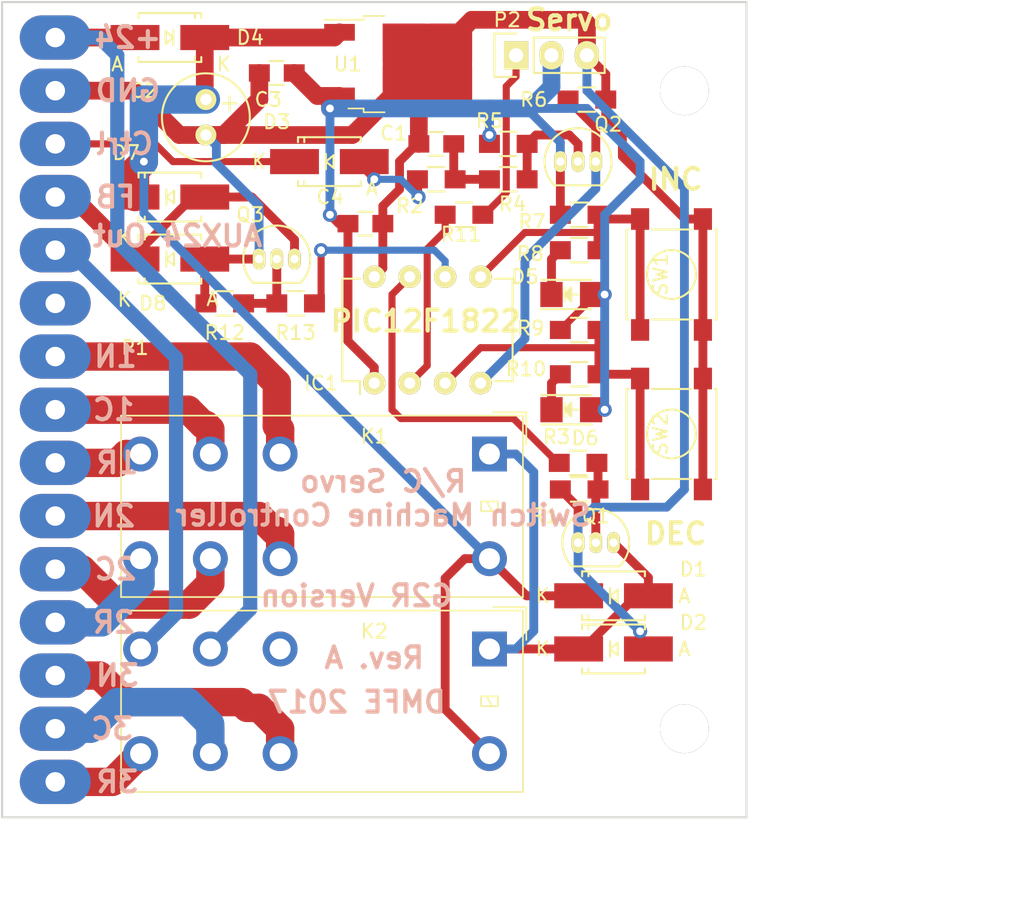
<source format=kicad_pcb>
(kicad_pcb (version 20170123) (host pcbnew "(2017-08-02 revision 9760937)-master")

  (general
    (thickness 1.6)
    (drawings 32)
    (tracks 257)
    (zones 0)
    (modules 38)
    (nets 33)
  )

  (page A)
  (title_block
    (title "R/C Servo Switch Machine")
    (date 10/8/2015)
    (rev NC)
    (company DMFE)
  )

  (layers
    (0 F.Cu signal)
    (31 B.Cu signal)
    (32 B.Adhes user hide)
    (33 F.Adhes user hide)
    (34 B.Paste user hide)
    (35 F.Paste user hide)
    (36 B.SilkS user)
    (37 F.SilkS user)
    (38 B.Mask user hide)
    (39 F.Mask user hide)
    (40 Dwgs.User user hide)
    (41 Cmts.User user)
    (42 Eco1.User user)
    (43 Eco2.User user)
    (44 Edge.Cuts user)
    (45 Margin user)
    (46 B.CrtYd user)
    (47 F.CrtYd user)
    (48 B.Fab user hide)
    (49 F.Fab user hide)
  )

  (setup
    (last_trace_width 0.635)
    (user_trace_width 0.3048)
    (user_trace_width 0.508)
    (user_trace_width 0.635)
    (user_trace_width 1.27)
    (user_trace_width 2.032)
    (user_trace_width 2.54)
    (trace_clearance 0.2)
    (zone_clearance 0.508)
    (zone_45_only no)
    (trace_min 0.2)
    (segment_width 0.2)
    (edge_width 0.15)
    (via_size 1.016)
    (via_drill 0.5588)
    (via_min_size 0.4)
    (via_min_drill 0.3)
    (uvia_size 0.3)
    (uvia_drill 0.1)
    (uvias_allowed no)
    (uvia_min_size 0.2)
    (uvia_min_drill 0.1)
    (pcb_text_width 0.3)
    (pcb_text_size 1.5 1.5)
    (mod_edge_width 0.15)
    (mod_text_size 1 1)
    (mod_text_width 0.15)
    (pad_size 1.524 1.524)
    (pad_drill 0.762)
    (pad_to_mask_clearance 0)
    (aux_axis_origin 0 0)
    (visible_elements FFFFFF7F)
    (pcbplotparams
      (layerselection 0x010f0_ffffffff)
      (usegerberextensions true)
      (excludeedgelayer true)
      (linewidth 0.100000)
      (plotframeref false)
      (viasonmask false)
      (mode 1)
      (useauxorigin false)
      (hpglpennumber 1)
      (hpglpenspeed 20)
      (hpglpendiameter 15)
      (psnegative false)
      (psa4output false)
      (plotreference true)
      (plotvalue false)
      (plotinvisibletext false)
      (padsonsilk false)
      (subtractmaskfromsilk false)
      (outputformat 1)
      (mirror false)
      (drillshape 0)
      (scaleselection 1)
      (outputdirectory Fab/))
  )

  (net 0 "")
  (net 1 "Net-(C1-Pad1)")
  (net 2 GND)
  (net 3 +24V)
  (net 4 +5V)
  (net 5 "Net-(D1-Pad2)")
  (net 6 "Net-(D3-Pad1)")
  (net 7 "Net-(D3-Pad2)")
  (net 8 "Net-(D4-Pad2)")
  (net 9 "Net-(D5-Pad1)")
  (net 10 "Net-(D6-Pad1)")
  (net 11 "Net-(D7-Pad2)")
  (net 12 "Net-(IC1-Pad2)")
  (net 13 "Net-(IC1-Pad3)")
  (net 14 "Net-(IC1-Pad4)")
  (net 15 "Net-(IC1-Pad5)")
  (net 16 "Net-(IC1-Pad6)")
  (net 17 "Net-(IC1-Pad7)")
  (net 18 "Net-(K1-Pad5)")
  (net 19 "Net-(K2-Pad5)")
  (net 20 "Net-(P2-Pad1)")
  (net 21 "Net-(Q1-Pad2)")
  (net 22 "Net-(Q2-Pad2)")
  (net 23 "Net-(Q3-Pad2)")
  (net 24 "Net-(K1-Pad2)")
  (net 25 "Net-(K1-Pad4)")
  (net 26 "Net-(K1-Pad6)")
  (net 27 "Net-(K1-Pad7)")
  (net 28 "Net-(K2-Pad7)")
  (net 29 "Net-(K2-Pad6)")
  (net 30 "Net-(K2-Pad4)")
  (net 31 "Net-(K1-Pad3)")
  (net 32 "Net-(K2-Pad2)")

  (net_class Default "This is the default net class."
    (clearance 0.2)
    (trace_width 0.3048)
    (via_dia 1.016)
    (via_drill 0.5588)
    (uvia_dia 0.3)
    (uvia_drill 0.1)
    (add_net +24V)
    (add_net +5V)
    (add_net GND)
    (add_net "Net-(C1-Pad1)")
    (add_net "Net-(D1-Pad2)")
    (add_net "Net-(D3-Pad1)")
    (add_net "Net-(D3-Pad2)")
    (add_net "Net-(D4-Pad2)")
    (add_net "Net-(D5-Pad1)")
    (add_net "Net-(D6-Pad1)")
    (add_net "Net-(D7-Pad2)")
    (add_net "Net-(IC1-Pad2)")
    (add_net "Net-(IC1-Pad3)")
    (add_net "Net-(IC1-Pad4)")
    (add_net "Net-(IC1-Pad5)")
    (add_net "Net-(IC1-Pad6)")
    (add_net "Net-(IC1-Pad7)")
    (add_net "Net-(K1-Pad2)")
    (add_net "Net-(K1-Pad3)")
    (add_net "Net-(K1-Pad4)")
    (add_net "Net-(K1-Pad5)")
    (add_net "Net-(K1-Pad6)")
    (add_net "Net-(K1-Pad7)")
    (add_net "Net-(K2-Pad2)")
    (add_net "Net-(K2-Pad4)")
    (add_net "Net-(K2-Pad5)")
    (add_net "Net-(K2-Pad6)")
    (add_net "Net-(K2-Pad7)")
    (add_net "Net-(P2-Pad1)")
    (add_net "Net-(Q1-Pad2)")
    (add_net "Net-(Q2-Pad2)")
    (add_net "Net-(Q3-Pad2)")
  )

  (module Relays_THT:Relay_DPDT_Panasonic_JW2 (layer F.Cu) (tedit 596BCEE5) (tstamp 59841C0D)
    (at 132.08 81.28 270)
    (descr "Panasonic Relay DPDT, http://www3.panasonic.biz/ac/e_download/control/relay/power/catalog/mech_eng_jw.pdf?via=ok")
    (tags "Panasonic Relay DPDT")
    (path /5983B462)
    (fp_text reference K1 (at -1.27 8.255) (layer F.SilkS)
      (effects (font (size 1 1) (thickness 0.15)))
    )
    (fp_text value IM00 (at 3.75 27.94 270) (layer F.Fab)
      (effects (font (size 1 1) (thickness 0.15)))
    )
    (fp_line (start 10.15 26.3) (end 10.15 -2.3) (layer F.Fab) (width 0.1))
    (fp_line (start 10.15 -2.3) (end -2.65 -2.3) (layer F.Fab) (width 0.1))
    (fp_line (start -2.65 -2.3) (end -2.65 26.3) (layer F.Fab) (width 0.1))
    (fp_line (start -2.65 26.3) (end 10.15 26.3) (layer F.Fab) (width 0.1))
    (fp_line (start 1.5 0) (end 6 0) (layer F.Fab) (width 0.1))
    (fp_line (start -2.99 -0.3) (end -2.99 -2.64) (layer F.Fab) (width 0.1))
    (fp_line (start -2.99 -2.64) (end -0.65 -2.64) (layer F.Fab) (width 0.1))
    (fp_line (start 10.25 26.4) (end 10.25 -2.4) (layer F.SilkS) (width 0.12))
    (fp_line (start 10.25 -2.4) (end -2.75 -2.4) (layer F.SilkS) (width 0.12))
    (fp_line (start -2.75 -2.4) (end -2.75 26.4) (layer F.SilkS) (width 0.12))
    (fp_line (start -2.75 26.4) (end 10.25 26.4) (layer F.SilkS) (width 0.12))
    (fp_line (start 3.4 0.2) (end 4.1 -0.2) (layer F.SilkS) (width 0.12))
    (fp_line (start 4.1 0.6) (end 4.1 -0.6) (layer F.SilkS) (width 0.12))
    (fp_line (start 4.1 -0.6) (end 3.4 -0.6) (layer F.SilkS) (width 0.12))
    (fp_line (start 3.4 -0.6) (end 3.4 0.6) (layer F.SilkS) (width 0.12))
    (fp_line (start 3.4 0.6) (end 4.1 0.6) (layer F.SilkS) (width 0.12))
    (fp_line (start -2.99 -0.3) (end -2.99 -2.64) (layer F.SilkS) (width 0.12))
    (fp_line (start -2.99 -2.64) (end -0.65 -2.64) (layer F.SilkS) (width 0.12))
    (fp_line (start 10.4 26.55) (end 10.4 -2.55) (layer F.CrtYd) (width 0.05))
    (fp_line (start 10.4 -2.55) (end -2.9 -2.55) (layer F.CrtYd) (width 0.05))
    (fp_line (start -2.9 -2.55) (end -2.9 26.55) (layer F.CrtYd) (width 0.05))
    (fp_line (start -2.9 26.55) (end 10.4 26.55) (layer F.CrtYd) (width 0.05))
    (fp_text user %R (at 3.75 12 270) (layer F.Fab)
      (effects (font (size 1 1) (thickness 0.15)))
    )
    (pad 1 thru_hole rect (at 0 0 270) (size 2.5 2.5) (drill 1.5) (layers *.Cu *.Mask)
      (net 5 "Net-(D1-Pad2)"))
    (pad 2 thru_hole oval (at 0 15 270) (size 2.5 2.5) (drill 1.5) (layers *.Cu *.Mask)
      (net 24 "Net-(K1-Pad2)"))
    (pad 3 thru_hole oval (at 0 20 270) (size 2.5 2.5) (drill 1.5) (layers *.Cu *.Mask)
      (net 31 "Net-(K1-Pad3)"))
    (pad 4 thru_hole oval (at 0 25 270) (size 2.5 2.5) (drill 1.5) (layers *.Cu *.Mask)
      (net 25 "Net-(K1-Pad4)"))
    (pad 5 thru_hole oval (at 7.5 25 270) (size 2.5 2.5) (drill 1.5) (layers *.Cu *.Mask)
      (net 18 "Net-(K1-Pad5)"))
    (pad 6 thru_hole oval (at 7.5 20 270) (size 2.5 2.5) (drill 1.5) (layers *.Cu *.Mask)
      (net 26 "Net-(K1-Pad6)"))
    (pad 7 thru_hole oval (at 7.5 15 270) (size 2.5 2.5) (drill 1.5) (layers *.Cu *.Mask)
      (net 27 "Net-(K1-Pad7)"))
    (pad 8 thru_hole oval (at 7.5 0 270) (size 2.5 2.5) (drill 1.5) (layers *.Cu *.Mask)
      (net 3 +24V))
    (model ${KISYS3DMOD}/Relays_THT.3dshapes/Relay_DPDT_Panasonic_JW2.wrl
      (at (xyz 0 0 0))
      (scale (xyz 1 1 1))
      (rotate (xyz 0 0 0))
    )
  )

  (module Wires:Wires_AWG20x15 (layer F.Cu) (tedit 5616F80F) (tstamp 5616F7B6)
    (at 100.965 51.435)
    (path /5615E11B)
    (fp_text reference P1 (at 5.715 22.225) (layer F.SilkS)
      (effects (font (size 1 1) (thickness 0.15)))
    )
    (fp_text value CONN_01X15 (at 0 -5.08) (layer F.Fab)
      (effects (font (size 1 1) (thickness 0.15)))
    )
    (pad 1 thru_hole oval (at 0 0) (size 5.08 3.175) (drill 1.397) (layers *.Cu *.Mask)
      (net 8 "Net-(D4-Pad2)"))
    (pad 2 thru_hole oval (at 0 3.81) (size 5.08 3.175) (drill 1.397) (layers *.Cu *.Mask)
      (net 2 GND))
    (pad 3 thru_hole oval (at 0 7.62) (size 5.08 3.175) (drill 1.397) (layers *.Cu *.Mask)
      (net 6 "Net-(D3-Pad1)"))
    (pad 4 thru_hole oval (at 0 11.43) (size 5.08 3.175) (drill 1.397) (layers *.Cu *.Mask)
      (net 11 "Net-(D7-Pad2)"))
    (pad 5 thru_hole oval (at 0 15.24) (size 5.08 3.175) (drill 1.397) (layers *.Cu *.Mask)
      (net 30 "Net-(K2-Pad4)"))
    (pad 6 thru_hole oval (at 0 19.05) (size 5.08 3.175) (drill 1.397) (layers *.Cu *.Mask))
    (pad 7 thru_hole oval (at 0 22.86) (size 5.08 3.175) (drill 1.397) (layers *.Cu *.Mask)
      (net 24 "Net-(K1-Pad2)"))
    (pad 8 thru_hole oval (at 0 26.67) (size 5.08 3.175) (drill 1.397) (layers *.Cu *.Mask)
      (net 31 "Net-(K1-Pad3)"))
    (pad 9 thru_hole oval (at 0 30.48) (size 5.08 3.175) (drill 1.397) (layers *.Cu *.Mask)
      (net 25 "Net-(K1-Pad4)"))
    (pad 10 thru_hole oval (at 0 34.29) (size 5.08 3.175) (drill 1.397) (layers *.Cu *.Mask)
      (net 27 "Net-(K1-Pad7)"))
    (pad 11 thru_hole oval (at 0 38.1) (size 5.08 3.175) (drill 1.397) (layers *.Cu *.Mask)
      (net 26 "Net-(K1-Pad6)"))
    (pad 12 thru_hole oval (at 0 41.91) (size 5.08 3.175) (drill 1.397) (layers *.Cu *.Mask)
      (net 18 "Net-(K1-Pad5)"))
    (pad 13 thru_hole oval (at 0 45.72) (size 5.08 3.175) (drill 1.397) (layers *.Cu *.Mask)
      (net 28 "Net-(K2-Pad7)"))
    (pad 14 thru_hole oval (at 0 49.53) (size 5.08 3.175) (drill 1.397) (layers *.Cu *.Mask)
      (net 29 "Net-(K2-Pad6)"))
    (pad 15 thru_hole oval (at 0 53.34) (size 5.08 3.175) (drill 1.397) (layers *.Cu *.Mask)
      (net 19 "Net-(K2-Pad5)"))
  )

  (module Capacitors_SMD:C_0805_HandSoldering (layer F.Cu) (tedit 541A9B8D) (tstamp 5616F8EC)
    (at 128.27 59.055 180)
    (descr "Capacitor SMD 0805, hand soldering")
    (tags "capacitor 0805")
    (path /5615F096)
    (attr smd)
    (fp_text reference C1 (at 3.048 0.762 180) (layer F.SilkS)
      (effects (font (size 1 1) (thickness 0.15)))
    )
    (fp_text value .1uF (at 0 2.1 180) (layer F.Fab)
      (effects (font (size 1 1) (thickness 0.15)))
    )
    (fp_line (start -2.3 -1) (end 2.3 -1) (layer F.CrtYd) (width 0.05))
    (fp_line (start -2.3 1) (end 2.3 1) (layer F.CrtYd) (width 0.05))
    (fp_line (start -2.3 -1) (end -2.3 1) (layer F.CrtYd) (width 0.05))
    (fp_line (start 2.3 -1) (end 2.3 1) (layer F.CrtYd) (width 0.05))
    (fp_line (start 0.5 -0.85) (end -0.5 -0.85) (layer F.SilkS) (width 0.15))
    (fp_line (start -0.5 0.85) (end 0.5 0.85) (layer F.SilkS) (width 0.15))
    (pad 1 smd rect (at -1.25 0 180) (size 1.5 1.25) (layers F.Cu F.Paste F.Mask)
      (net 1 "Net-(C1-Pad1)"))
    (pad 2 smd rect (at 1.25 0 180) (size 1.5 1.25) (layers F.Cu F.Paste F.Mask)
      (net 2 GND))
    (model Capacitors_SMD.3dshapes/C_0805_HandSoldering.wrl
      (at (xyz 0 0 0))
      (scale (xyz 1 1 1))
      (rotate (xyz 0 0 0))
    )
  )

  (module Capacitors_Elko_ThroughHole:Elko_vert_11.2x6.3mm_RM2.5_CopperClear (layer F.Cu) (tedit 5454A12B) (tstamp 5616F8F2)
    (at 111.76 55.88 270)
    (descr "Electrolytic Capacitor, vertical, diameter 6,3mm, RM 2,5mm, CopperClear, radial,")
    (tags "Electrolytic Capacitor, vertical, diameter 6,3mm, RM 2,5mm, Elko, Electrolytkondensator, Kondensator gepolt, Durchmesser 6,3mm, CopperClear, radial,")
    (path /5615E068)
    (fp_text reference C2 (at -0.635 4.445) (layer F.SilkS)
      (effects (font (size 1 1) (thickness 0.15)))
    )
    (fp_text value 33uF (at 1.27 5.08 270) (layer F.Fab)
      (effects (font (size 1 1) (thickness 0.15)))
    )
    (fp_line (start 0.26924 -1.69926) (end 0.76962 -1.69926) (layer F.SilkS) (width 0.15))
    (fp_line (start 0.26924 -1.69926) (end 0.26924 -2.19964) (layer F.SilkS) (width 0.15))
    (fp_line (start -0.23114 -1.69926) (end 0.26924 -1.69926) (layer F.SilkS) (width 0.15))
    (fp_line (start 0.26924 -1.69926) (end 0.26924 -1.30048) (layer F.SilkS) (width 0.15))
    (fp_line (start 0.26924 -1.30048) (end 0.26924 -1.19888) (layer F.SilkS) (width 0.15))
    (fp_circle (center 1.27 0) (end 4.4196 0) (layer F.SilkS) (width 0.15))
    (pad 2 thru_hole circle (at 2.54 0 270) (size 1.50114 1.50114) (drill 0.8001) (layers *.Cu *.Mask F.SilkS)
      (net 2 GND))
    (pad 1 thru_hole circle (at 0 0 270) (size 1.50114 1.50114) (drill 0.8001) (layers *.Cu *.Mask F.SilkS)
      (net 3 +24V))
    (model Capacitors_Elko_ThroughHole.3dshapes/Elko_vert_11.2x6.3mm_RM2.5_CopperClear.wrl
      (at (xyz 0 0 0))
      (scale (xyz 1 1 1))
      (rotate (xyz 0 0 0))
    )
  )

  (module Capacitors_SMD:C_0805_HandSoldering (layer F.Cu) (tedit 541A9B8D) (tstamp 5616F8F8)
    (at 116.84 53.975 180)
    (descr "Capacitor SMD 0805, hand soldering")
    (tags "capacitor 0805")
    (path /5615E08D)
    (attr smd)
    (fp_text reference C3 (at 0.615 -1.905 180) (layer F.SilkS)
      (effects (font (size 1 1) (thickness 0.15)))
    )
    (fp_text value .1uF (at 0 2.1 180) (layer F.Fab)
      (effects (font (size 1 1) (thickness 0.15)))
    )
    (fp_line (start -2.3 -1) (end 2.3 -1) (layer F.CrtYd) (width 0.05))
    (fp_line (start -2.3 1) (end 2.3 1) (layer F.CrtYd) (width 0.05))
    (fp_line (start -2.3 -1) (end -2.3 1) (layer F.CrtYd) (width 0.05))
    (fp_line (start 2.3 -1) (end 2.3 1) (layer F.CrtYd) (width 0.05))
    (fp_line (start 0.5 -0.85) (end -0.5 -0.85) (layer F.SilkS) (width 0.15))
    (fp_line (start -0.5 0.85) (end 0.5 0.85) (layer F.SilkS) (width 0.15))
    (pad 1 smd rect (at -1.25 0 180) (size 1.5 1.25) (layers F.Cu F.Paste F.Mask)
      (net 4 +5V))
    (pad 2 smd rect (at 1.25 0 180) (size 1.5 1.25) (layers F.Cu F.Paste F.Mask)
      (net 2 GND))
    (model Capacitors_SMD.3dshapes/C_0805_HandSoldering.wrl
      (at (xyz 0 0 0))
      (scale (xyz 1 1 1))
      (rotate (xyz 0 0 0))
    )
  )

  (module Capacitors_SMD:C_0805_HandSoldering (layer F.Cu) (tedit 541A9B8D) (tstamp 5616F8FE)
    (at 123.19 64.77)
    (descr "Capacitor SMD 0805, hand soldering")
    (tags "capacitor 0805")
    (path /5615E0CC)
    (attr smd)
    (fp_text reference C4 (at -2.54 -1.905) (layer F.SilkS)
      (effects (font (size 1 1) (thickness 0.15)))
    )
    (fp_text value .1uF (at 0 2.1) (layer F.Fab)
      (effects (font (size 1 1) (thickness 0.15)))
    )
    (fp_line (start -2.3 -1) (end 2.3 -1) (layer F.CrtYd) (width 0.05))
    (fp_line (start -2.3 1) (end 2.3 1) (layer F.CrtYd) (width 0.05))
    (fp_line (start -2.3 -1) (end -2.3 1) (layer F.CrtYd) (width 0.05))
    (fp_line (start 2.3 -1) (end 2.3 1) (layer F.CrtYd) (width 0.05))
    (fp_line (start 0.5 -0.85) (end -0.5 -0.85) (layer F.SilkS) (width 0.15))
    (fp_line (start -0.5 0.85) (end 0.5 0.85) (layer F.SilkS) (width 0.15))
    (pad 1 smd rect (at -1.25 0) (size 1.5 1.25) (layers F.Cu F.Paste F.Mask)
      (net 4 +5V))
    (pad 2 smd rect (at 1.25 0) (size 1.5 1.25) (layers F.Cu F.Paste F.Mask)
      (net 2 GND))
    (model Capacitors_SMD.3dshapes/C_0805_HandSoldering.wrl
      (at (xyz 0 0 0))
      (scale (xyz 1 1 1))
      (rotate (xyz 0 0 0))
    )
  )

  (module Diodes_SMD:Diode-SMA_Handsoldering (layer F.Cu) (tedit 552FF1AB) (tstamp 5616F904)
    (at 140.97 91.44)
    (descr "Diode SMA Handsoldering")
    (tags "Diode SMA Handsoldering")
    (path /5616087C)
    (attr smd)
    (fp_text reference D1 (at 5.715 -1.905) (layer F.SilkS)
      (effects (font (size 1 1) (thickness 0.15)))
    )
    (fp_text value D (at 0.05 1.27) (layer F.Fab)
      (effects (font (size 1 1) (thickness 0.15)))
    )
    (fp_line (start -4.5 -2) (end 4.5 -2) (layer F.CrtYd) (width 0.05))
    (fp_line (start 4.5 -2) (end 4.5 2) (layer F.CrtYd) (width 0.05))
    (fp_line (start 4.5 2) (end -4.5 2) (layer F.CrtYd) (width 0.05))
    (fp_line (start -4.5 2) (end -4.5 -2) (layer F.CrtYd) (width 0.05))
    (fp_line (start -0.25 0) (end 0.3 -0.45) (layer F.SilkS) (width 0.15))
    (fp_line (start 0.3 -0.45) (end 0.3 0.45) (layer F.SilkS) (width 0.15))
    (fp_line (start 0.3 0.45) (end -0.25 0) (layer F.SilkS) (width 0.15))
    (fp_line (start -0.25 -0.55) (end -0.25 0.55) (layer F.SilkS) (width 0.15))
    (fp_text user K (at -5.08 0) (layer F.SilkS)
      (effects (font (size 1 1) (thickness 0.15)))
    )
    (fp_text user A (at 5.08 0) (layer F.SilkS)
      (effects (font (size 1 1) (thickness 0.15)))
    )
    (fp_line (start -1.79914 1.75006) (end -1.79914 1.39954) (layer F.SilkS) (width 0.15))
    (fp_line (start -1.79914 -1.75006) (end -1.79914 -1.39954) (layer F.SilkS) (width 0.15))
    (fp_line (start 2.25044 1.75006) (end 2.25044 1.39954) (layer F.SilkS) (width 0.15))
    (fp_line (start -2.25044 1.75006) (end -2.25044 1.39954) (layer F.SilkS) (width 0.15))
    (fp_line (start -2.25044 -1.75006) (end -2.25044 -1.39954) (layer F.SilkS) (width 0.15))
    (fp_line (start 2.25044 -1.75006) (end 2.25044 -1.39954) (layer F.SilkS) (width 0.15))
    (fp_line (start -2.25044 1.75006) (end 2.25044 1.75006) (layer F.SilkS) (width 0.15))
    (fp_line (start -2.25044 -1.75006) (end 2.25044 -1.75006) (layer F.SilkS) (width 0.15))
    (pad 1 smd rect (at -2.49936 0) (size 3.50012 1.80086) (layers F.Cu F.Paste F.Mask)
      (net 3 +24V))
    (pad 2 smd rect (at 2.49936 0) (size 3.50012 1.80086) (layers F.Cu F.Paste F.Mask)
      (net 5 "Net-(D1-Pad2)"))
    (model Diodes_SMD.3dshapes/Diode-SMA_Handsoldering.wrl
      (at (xyz 0 0 0))
      (scale (xyz 0.3937 0.3937 0.3937))
      (rotate (xyz 0 0 180))
    )
  )

  (module Diodes_SMD:Diode-SMA_Handsoldering (layer F.Cu) (tedit 552FF1AB) (tstamp 5616F90A)
    (at 140.97 95.25)
    (descr "Diode SMA Handsoldering")
    (tags "Diode SMA Handsoldering")
    (path /5616090E)
    (attr smd)
    (fp_text reference D2 (at 5.715 -1.905) (layer F.SilkS)
      (effects (font (size 1 1) (thickness 0.15)))
    )
    (fp_text value D (at 0.05 1.27) (layer F.Fab)
      (effects (font (size 1 1) (thickness 0.15)))
    )
    (fp_line (start -4.5 -2) (end 4.5 -2) (layer F.CrtYd) (width 0.05))
    (fp_line (start 4.5 -2) (end 4.5 2) (layer F.CrtYd) (width 0.05))
    (fp_line (start 4.5 2) (end -4.5 2) (layer F.CrtYd) (width 0.05))
    (fp_line (start -4.5 2) (end -4.5 -2) (layer F.CrtYd) (width 0.05))
    (fp_line (start -0.25 0) (end 0.3 -0.45) (layer F.SilkS) (width 0.15))
    (fp_line (start 0.3 -0.45) (end 0.3 0.45) (layer F.SilkS) (width 0.15))
    (fp_line (start 0.3 0.45) (end -0.25 0) (layer F.SilkS) (width 0.15))
    (fp_line (start -0.25 -0.55) (end -0.25 0.55) (layer F.SilkS) (width 0.15))
    (fp_text user K (at -5.08 0) (layer F.SilkS)
      (effects (font (size 1 1) (thickness 0.15)))
    )
    (fp_text user A (at 5.08 0) (layer F.SilkS)
      (effects (font (size 1 1) (thickness 0.15)))
    )
    (fp_line (start -1.79914 1.75006) (end -1.79914 1.39954) (layer F.SilkS) (width 0.15))
    (fp_line (start -1.79914 -1.75006) (end -1.79914 -1.39954) (layer F.SilkS) (width 0.15))
    (fp_line (start 2.25044 1.75006) (end 2.25044 1.39954) (layer F.SilkS) (width 0.15))
    (fp_line (start -2.25044 1.75006) (end -2.25044 1.39954) (layer F.SilkS) (width 0.15))
    (fp_line (start -2.25044 -1.75006) (end -2.25044 -1.39954) (layer F.SilkS) (width 0.15))
    (fp_line (start 2.25044 -1.75006) (end 2.25044 -1.39954) (layer F.SilkS) (width 0.15))
    (fp_line (start -2.25044 1.75006) (end 2.25044 1.75006) (layer F.SilkS) (width 0.15))
    (fp_line (start -2.25044 -1.75006) (end 2.25044 -1.75006) (layer F.SilkS) (width 0.15))
    (pad 1 smd rect (at -2.49936 0) (size 3.50012 1.80086) (layers F.Cu F.Paste F.Mask)
      (net 5 "Net-(D1-Pad2)"))
    (pad 2 smd rect (at 2.49936 0) (size 3.50012 1.80086) (layers F.Cu F.Paste F.Mask)
      (net 2 GND))
    (model Diodes_SMD.3dshapes/Diode-SMA_Handsoldering.wrl
      (at (xyz 0 0 0))
      (scale (xyz 0.3937 0.3937 0.3937))
      (rotate (xyz 0 0 180))
    )
  )

  (module Diodes_SMD:Diode-SMA_Handsoldering (layer F.Cu) (tedit 552FF1AB) (tstamp 5616F910)
    (at 120.60936 60.325)
    (descr "Diode SMA Handsoldering")
    (tags "Diode SMA Handsoldering")
    (path /5615EFBB)
    (attr smd)
    (fp_text reference D3 (at -3.76936 -2.85) (layer F.SilkS)
      (effects (font (size 1 1) (thickness 0.15)))
    )
    (fp_text value D (at 0.05 4.4) (layer F.Fab)
      (effects (font (size 1 1) (thickness 0.15)))
    )
    (fp_line (start -4.5 -2) (end 4.5 -2) (layer F.CrtYd) (width 0.05))
    (fp_line (start 4.5 -2) (end 4.5 2) (layer F.CrtYd) (width 0.05))
    (fp_line (start 4.5 2) (end -4.5 2) (layer F.CrtYd) (width 0.05))
    (fp_line (start -4.5 2) (end -4.5 -2) (layer F.CrtYd) (width 0.05))
    (fp_line (start -0.25 0) (end 0.3 -0.45) (layer F.SilkS) (width 0.15))
    (fp_line (start 0.3 -0.45) (end 0.3 0.45) (layer F.SilkS) (width 0.15))
    (fp_line (start 0.3 0.45) (end -0.25 0) (layer F.SilkS) (width 0.15))
    (fp_line (start -0.25 -0.55) (end -0.25 0.55) (layer F.SilkS) (width 0.15))
    (fp_text user K (at -5.03936 0) (layer F.SilkS)
      (effects (font (size 1 1) (thickness 0.15)))
    )
    (fp_text user A (at 3.05 1.905) (layer F.SilkS)
      (effects (font (size 1 1) (thickness 0.15)))
    )
    (fp_line (start -1.79914 1.75006) (end -1.79914 1.39954) (layer F.SilkS) (width 0.15))
    (fp_line (start -1.79914 -1.75006) (end -1.79914 -1.39954) (layer F.SilkS) (width 0.15))
    (fp_line (start 2.25044 1.75006) (end 2.25044 1.39954) (layer F.SilkS) (width 0.15))
    (fp_line (start -2.25044 1.75006) (end -2.25044 1.39954) (layer F.SilkS) (width 0.15))
    (fp_line (start -2.25044 -1.75006) (end -2.25044 -1.39954) (layer F.SilkS) (width 0.15))
    (fp_line (start 2.25044 -1.75006) (end 2.25044 -1.39954) (layer F.SilkS) (width 0.15))
    (fp_line (start -2.25044 1.75006) (end 2.25044 1.75006) (layer F.SilkS) (width 0.15))
    (fp_line (start -2.25044 -1.75006) (end 2.25044 -1.75006) (layer F.SilkS) (width 0.15))
    (pad 1 smd rect (at -2.49936 0) (size 3.50012 1.80086) (layers F.Cu F.Paste F.Mask)
      (net 6 "Net-(D3-Pad1)"))
    (pad 2 smd rect (at 2.49936 0) (size 3.50012 1.80086) (layers F.Cu F.Paste F.Mask)
      (net 7 "Net-(D3-Pad2)"))
    (model Diodes_SMD.3dshapes/Diode-SMA_Handsoldering.wrl
      (at (xyz 0 0 0))
      (scale (xyz 0.3937 0.3937 0.3937))
      (rotate (xyz 0 0 180))
    )
  )

  (module Diodes_SMD:Diode-SMA_Handsoldering (layer F.Cu) (tedit 552FF1AB) (tstamp 5616F916)
    (at 109.17936 51.435 180)
    (descr "Diode SMA Handsoldering")
    (tags "Diode SMA Handsoldering")
    (path /5615E03B)
    (attr smd)
    (fp_text reference D4 (at -5.75564 0 180) (layer F.SilkS)
      (effects (font (size 1 1) (thickness 0.15)))
    )
    (fp_text value D (at 0.05 4.4 180) (layer F.Fab)
      (effects (font (size 1 1) (thickness 0.15)))
    )
    (fp_line (start -4.5 -2) (end 4.5 -2) (layer F.CrtYd) (width 0.05))
    (fp_line (start 4.5 -2) (end 4.5 2) (layer F.CrtYd) (width 0.05))
    (fp_line (start 4.5 2) (end -4.5 2) (layer F.CrtYd) (width 0.05))
    (fp_line (start -4.5 2) (end -4.5 -2) (layer F.CrtYd) (width 0.05))
    (fp_line (start -0.25 0) (end 0.3 -0.45) (layer F.SilkS) (width 0.15))
    (fp_line (start 0.3 -0.45) (end 0.3 0.45) (layer F.SilkS) (width 0.15))
    (fp_line (start 0.3 0.45) (end -0.25 0) (layer F.SilkS) (width 0.15))
    (fp_line (start -0.25 -0.55) (end -0.25 0.55) (layer F.SilkS) (width 0.15))
    (fp_text user K (at -3.85064 -1.905 180) (layer F.SilkS)
      (effects (font (size 1 1) (thickness 0.15)))
    )
    (fp_text user A (at 3.76936 -1.905 180) (layer F.SilkS)
      (effects (font (size 1 1) (thickness 0.15)))
    )
    (fp_line (start -1.79914 1.75006) (end -1.79914 1.39954) (layer F.SilkS) (width 0.15))
    (fp_line (start -1.79914 -1.75006) (end -1.79914 -1.39954) (layer F.SilkS) (width 0.15))
    (fp_line (start 2.25044 1.75006) (end 2.25044 1.39954) (layer F.SilkS) (width 0.15))
    (fp_line (start -2.25044 1.75006) (end -2.25044 1.39954) (layer F.SilkS) (width 0.15))
    (fp_line (start -2.25044 -1.75006) (end -2.25044 -1.39954) (layer F.SilkS) (width 0.15))
    (fp_line (start 2.25044 -1.75006) (end 2.25044 -1.39954) (layer F.SilkS) (width 0.15))
    (fp_line (start -2.25044 1.75006) (end 2.25044 1.75006) (layer F.SilkS) (width 0.15))
    (fp_line (start -2.25044 -1.75006) (end 2.25044 -1.75006) (layer F.SilkS) (width 0.15))
    (pad 1 smd rect (at -2.49936 0 180) (size 3.50012 1.80086) (layers F.Cu F.Paste F.Mask)
      (net 3 +24V))
    (pad 2 smd rect (at 2.49936 0 180) (size 3.50012 1.80086) (layers F.Cu F.Paste F.Mask)
      (net 8 "Net-(D4-Pad2)"))
    (model Diodes_SMD.3dshapes/Diode-SMA_Handsoldering.wrl
      (at (xyz 0 0 0))
      (scale (xyz 0.3937 0.3937 0.3937))
      (rotate (xyz 0 0 180))
    )
  )

  (module LEDs:LED-1206 (layer F.Cu) (tedit 55BDE2E8) (tstamp 5616F91C)
    (at 137.94486 69.85)
    (descr "LED 1206 smd package")
    (tags "LED1206 SMD")
    (path /5615FCA7)
    (attr smd)
    (fp_text reference D5 (at -3.32486 -1.27) (layer F.SilkS)
      (effects (font (size 1 1) (thickness 0.15)))
    )
    (fp_text value LED (at 0 2) (layer F.Fab)
      (effects (font (size 1 1) (thickness 0.15)))
    )
    (fp_line (start -2.15 1.05) (end 1.45 1.05) (layer F.SilkS) (width 0.15))
    (fp_line (start -2.15 -1.05) (end 1.45 -1.05) (layer F.SilkS) (width 0.15))
    (fp_line (start -0.1 -0.3) (end -0.1 0.3) (layer F.SilkS) (width 0.15))
    (fp_line (start -0.1 0.3) (end -0.4 0) (layer F.SilkS) (width 0.15))
    (fp_line (start -0.4 0) (end -0.2 -0.2) (layer F.SilkS) (width 0.15))
    (fp_line (start -0.2 -0.2) (end -0.2 0.05) (layer F.SilkS) (width 0.15))
    (fp_line (start -0.2 0.05) (end -0.25 0) (layer F.SilkS) (width 0.15))
    (fp_line (start -0.5 -0.5) (end -0.5 0.5) (layer F.SilkS) (width 0.15))
    (fp_line (start 0 0) (end 0.5 0) (layer F.SilkS) (width 0.15))
    (fp_line (start -0.5 0) (end 0 -0.5) (layer F.SilkS) (width 0.15))
    (fp_line (start 0 -0.5) (end 0 0.5) (layer F.SilkS) (width 0.15))
    (fp_line (start 0 0.5) (end -0.5 0) (layer F.SilkS) (width 0.15))
    (fp_line (start 2.5 -1.25) (end -2.5 -1.25) (layer F.CrtYd) (width 0.05))
    (fp_line (start -2.5 -1.25) (end -2.5 1.25) (layer F.CrtYd) (width 0.05))
    (fp_line (start -2.5 1.25) (end 2.5 1.25) (layer F.CrtYd) (width 0.05))
    (fp_line (start 2.5 1.25) (end 2.5 -1.25) (layer F.CrtYd) (width 0.05))
    (pad 2 smd rect (at 1.41986 0 180) (size 1.59766 1.80086) (layers F.Cu F.Paste F.Mask)
      (net 4 +5V))
    (pad 1 smd rect (at -1.41986 0 180) (size 1.59766 1.80086) (layers F.Cu F.Paste F.Mask)
      (net 9 "Net-(D5-Pad1)"))
  )

  (module LEDs:LED-1206 (layer F.Cu) (tedit 55BDE2E8) (tstamp 5616F922)
    (at 137.94486 78.105)
    (descr "LED 1206 smd package")
    (tags "LED1206 SMD")
    (path /5615FD14)
    (attr smd)
    (fp_text reference D6 (at 0.99314 2.032) (layer F.SilkS)
      (effects (font (size 1 1) (thickness 0.15)))
    )
    (fp_text value LED (at 0 2) (layer F.Fab)
      (effects (font (size 1 1) (thickness 0.15)))
    )
    (fp_line (start -2.15 1.05) (end 1.45 1.05) (layer F.SilkS) (width 0.15))
    (fp_line (start -2.15 -1.05) (end 1.45 -1.05) (layer F.SilkS) (width 0.15))
    (fp_line (start -0.1 -0.3) (end -0.1 0.3) (layer F.SilkS) (width 0.15))
    (fp_line (start -0.1 0.3) (end -0.4 0) (layer F.SilkS) (width 0.15))
    (fp_line (start -0.4 0) (end -0.2 -0.2) (layer F.SilkS) (width 0.15))
    (fp_line (start -0.2 -0.2) (end -0.2 0.05) (layer F.SilkS) (width 0.15))
    (fp_line (start -0.2 0.05) (end -0.25 0) (layer F.SilkS) (width 0.15))
    (fp_line (start -0.5 -0.5) (end -0.5 0.5) (layer F.SilkS) (width 0.15))
    (fp_line (start 0 0) (end 0.5 0) (layer F.SilkS) (width 0.15))
    (fp_line (start -0.5 0) (end 0 -0.5) (layer F.SilkS) (width 0.15))
    (fp_line (start 0 -0.5) (end 0 0.5) (layer F.SilkS) (width 0.15))
    (fp_line (start 0 0.5) (end -0.5 0) (layer F.SilkS) (width 0.15))
    (fp_line (start 2.5 -1.25) (end -2.5 -1.25) (layer F.CrtYd) (width 0.05))
    (fp_line (start -2.5 -1.25) (end -2.5 1.25) (layer F.CrtYd) (width 0.05))
    (fp_line (start -2.5 1.25) (end 2.5 1.25) (layer F.CrtYd) (width 0.05))
    (fp_line (start 2.5 1.25) (end 2.5 -1.25) (layer F.CrtYd) (width 0.05))
    (pad 2 smd rect (at 1.41986 0 180) (size 1.59766 1.80086) (layers F.Cu F.Paste F.Mask)
      (net 4 +5V))
    (pad 1 smd rect (at -1.41986 0 180) (size 1.59766 1.80086) (layers F.Cu F.Paste F.Mask)
      (net 10 "Net-(D6-Pad1)"))
  )

  (module Diodes_SMD:Diode-SMA_Handsoldering (layer F.Cu) (tedit 552FF1AB) (tstamp 5616F928)
    (at 109.17936 62.865)
    (descr "Diode SMA Handsoldering")
    (tags "Diode SMA Handsoldering")
    (path /5616168F)
    (attr smd)
    (fp_text reference D7 (at -3.13436 -3.175) (layer F.SilkS)
      (effects (font (size 1 1) (thickness 0.15)))
    )
    (fp_text value SMA (at 0.05 4.4) (layer F.Fab)
      (effects (font (size 1 1) (thickness 0.15)))
    )
    (fp_line (start -4.5 -2) (end 4.5 -2) (layer F.CrtYd) (width 0.05))
    (fp_line (start 4.5 -2) (end 4.5 2) (layer F.CrtYd) (width 0.05))
    (fp_line (start 4.5 2) (end -4.5 2) (layer F.CrtYd) (width 0.05))
    (fp_line (start -4.5 2) (end -4.5 -2) (layer F.CrtYd) (width 0.05))
    (fp_line (start -0.25 0) (end 0.3 -0.45) (layer F.SilkS) (width 0.15))
    (fp_line (start 0.3 -0.45) (end 0.3 0.45) (layer F.SilkS) (width 0.15))
    (fp_line (start 0.3 0.45) (end -0.25 0) (layer F.SilkS) (width 0.15))
    (fp_line (start -0.25 -0.55) (end -0.25 0.55) (layer F.SilkS) (width 0.15))
    (fp_text user K (at -3.25 2.9) (layer F.SilkS)
      (effects (font (size 1 1) (thickness 0.15)))
    )
    (fp_text user A (at 3.05 2.85) (layer F.SilkS)
      (effects (font (size 1 1) (thickness 0.15)))
    )
    (fp_line (start -1.79914 1.75006) (end -1.79914 1.39954) (layer F.SilkS) (width 0.15))
    (fp_line (start -1.79914 -1.75006) (end -1.79914 -1.39954) (layer F.SilkS) (width 0.15))
    (fp_line (start 2.25044 1.75006) (end 2.25044 1.39954) (layer F.SilkS) (width 0.15))
    (fp_line (start -2.25044 1.75006) (end -2.25044 1.39954) (layer F.SilkS) (width 0.15))
    (fp_line (start -2.25044 -1.75006) (end -2.25044 -1.39954) (layer F.SilkS) (width 0.15))
    (fp_line (start 2.25044 -1.75006) (end 2.25044 -1.39954) (layer F.SilkS) (width 0.15))
    (fp_line (start -2.25044 1.75006) (end 2.25044 1.75006) (layer F.SilkS) (width 0.15))
    (fp_line (start -2.25044 -1.75006) (end 2.25044 -1.75006) (layer F.SilkS) (width 0.15))
    (pad 1 smd rect (at -2.49936 0) (size 3.50012 1.80086) (layers F.Cu F.Paste F.Mask)
      (net 3 +24V))
    (pad 2 smd rect (at 2.49936 0) (size 3.50012 1.80086) (layers F.Cu F.Paste F.Mask)
      (net 11 "Net-(D7-Pad2)"))
    (model Diodes_SMD.3dshapes/Diode-SMA_Handsoldering.wrl
      (at (xyz 0 0 0))
      (scale (xyz 0.3937 0.3937 0.3937))
      (rotate (xyz 0 0 180))
    )
  )

  (module Diodes_SMD:Diode-SMA_Handsoldering (layer F.Cu) (tedit 552FF1AB) (tstamp 5616F92E)
    (at 109.17936 67.31)
    (descr "Diode SMA Handsoldering")
    (tags "Diode SMA Handsoldering")
    (path /56161695)
    (attr smd)
    (fp_text reference D8 (at -1.22936 3.175) (layer F.SilkS)
      (effects (font (size 1 1) (thickness 0.15)))
    )
    (fp_text value SMA (at 0.05 4.4) (layer F.Fab)
      (effects (font (size 1 1) (thickness 0.15)))
    )
    (fp_line (start -4.5 -2) (end 4.5 -2) (layer F.CrtYd) (width 0.05))
    (fp_line (start 4.5 -2) (end 4.5 2) (layer F.CrtYd) (width 0.05))
    (fp_line (start 4.5 2) (end -4.5 2) (layer F.CrtYd) (width 0.05))
    (fp_line (start -4.5 2) (end -4.5 -2) (layer F.CrtYd) (width 0.05))
    (fp_line (start -0.25 0) (end 0.3 -0.45) (layer F.SilkS) (width 0.15))
    (fp_line (start 0.3 -0.45) (end 0.3 0.45) (layer F.SilkS) (width 0.15))
    (fp_line (start 0.3 0.45) (end -0.25 0) (layer F.SilkS) (width 0.15))
    (fp_line (start -0.25 -0.55) (end -0.25 0.55) (layer F.SilkS) (width 0.15))
    (fp_text user K (at -3.25 2.9) (layer F.SilkS)
      (effects (font (size 1 1) (thickness 0.15)))
    )
    (fp_text user A (at 3.05 2.85) (layer F.SilkS)
      (effects (font (size 1 1) (thickness 0.15)))
    )
    (fp_line (start -1.79914 1.75006) (end -1.79914 1.39954) (layer F.SilkS) (width 0.15))
    (fp_line (start -1.79914 -1.75006) (end -1.79914 -1.39954) (layer F.SilkS) (width 0.15))
    (fp_line (start 2.25044 1.75006) (end 2.25044 1.39954) (layer F.SilkS) (width 0.15))
    (fp_line (start -2.25044 1.75006) (end -2.25044 1.39954) (layer F.SilkS) (width 0.15))
    (fp_line (start -2.25044 -1.75006) (end -2.25044 -1.39954) (layer F.SilkS) (width 0.15))
    (fp_line (start 2.25044 -1.75006) (end 2.25044 -1.39954) (layer F.SilkS) (width 0.15))
    (fp_line (start -2.25044 1.75006) (end 2.25044 1.75006) (layer F.SilkS) (width 0.15))
    (fp_line (start -2.25044 -1.75006) (end 2.25044 -1.75006) (layer F.SilkS) (width 0.15))
    (pad 1 smd rect (at -2.49936 0) (size 3.50012 1.80086) (layers F.Cu F.Paste F.Mask)
      (net 11 "Net-(D7-Pad2)"))
    (pad 2 smd rect (at 2.49936 0) (size 3.50012 1.80086) (layers F.Cu F.Paste F.Mask)
      (net 2 GND))
    (model Diodes_SMD.3dshapes/Diode-SMA_Handsoldering.wrl
      (at (xyz 0 0 0))
      (scale (xyz 0.3937 0.3937 0.3937))
      (rotate (xyz 0 0 180))
    )
  )

  (module Housings_DIP:DIP-8_W7.62mm (layer F.Cu) (tedit 54130A77) (tstamp 5616F93A)
    (at 123.825 76.2 90)
    (descr "8-lead dip package, row spacing 7.62 mm (300 mils)")
    (tags "dil dip 2.54 300")
    (path /5615DFEB)
    (fp_text reference IC1 (at 0 -3.81 180) (layer F.SilkS)
      (effects (font (size 1 1) (thickness 0.15)))
    )
    (fp_text value PIC12F1822-I/P (at 0 -3.72 90) (layer F.Fab)
      (effects (font (size 1 1) (thickness 0.15)))
    )
    (fp_line (start -1.05 -2.45) (end -1.05 10.1) (layer F.CrtYd) (width 0.05))
    (fp_line (start 8.65 -2.45) (end 8.65 10.1) (layer F.CrtYd) (width 0.05))
    (fp_line (start -1.05 -2.45) (end 8.65 -2.45) (layer F.CrtYd) (width 0.05))
    (fp_line (start -1.05 10.1) (end 8.65 10.1) (layer F.CrtYd) (width 0.05))
    (fp_line (start 0.135 -2.295) (end 0.135 -1.025) (layer F.SilkS) (width 0.15))
    (fp_line (start 7.485 -2.295) (end 7.485 -1.025) (layer F.SilkS) (width 0.15))
    (fp_line (start 7.485 9.915) (end 7.485 8.645) (layer F.SilkS) (width 0.15))
    (fp_line (start 0.135 9.915) (end 0.135 8.645) (layer F.SilkS) (width 0.15))
    (fp_line (start 0.135 -2.295) (end 7.485 -2.295) (layer F.SilkS) (width 0.15))
    (fp_line (start 0.135 9.915) (end 7.485 9.915) (layer F.SilkS) (width 0.15))
    (fp_line (start 0.135 -1.025) (end -0.8 -1.025) (layer F.SilkS) (width 0.15))
    (pad 1 thru_hole oval (at 0 0 90) (size 1.6 1.6) (drill 0.8) (layers *.Cu *.Mask F.SilkS)
      (net 4 +5V))
    (pad 2 thru_hole oval (at 0 2.54 90) (size 1.6 1.6) (drill 0.8) (layers *.Cu *.Mask F.SilkS)
      (net 12 "Net-(IC1-Pad2)"))
    (pad 3 thru_hole oval (at 0 5.08 90) (size 1.6 1.6) (drill 0.8) (layers *.Cu *.Mask F.SilkS)
      (net 13 "Net-(IC1-Pad3)"))
    (pad 4 thru_hole oval (at 0 7.62 90) (size 1.6 1.6) (drill 0.8) (layers *.Cu *.Mask F.SilkS)
      (net 14 "Net-(IC1-Pad4)"))
    (pad 5 thru_hole oval (at 7.62 7.62 90) (size 1.6 1.6) (drill 0.8) (layers *.Cu *.Mask F.SilkS)
      (net 15 "Net-(IC1-Pad5)"))
    (pad 6 thru_hole oval (at 7.62 5.08 90) (size 1.6 1.6) (drill 0.8) (layers *.Cu *.Mask F.SilkS)
      (net 16 "Net-(IC1-Pad6)"))
    (pad 7 thru_hole oval (at 7.62 2.54 90) (size 1.6 1.6) (drill 0.8) (layers *.Cu *.Mask F.SilkS)
      (net 17 "Net-(IC1-Pad7)"))
    (pad 8 thru_hole oval (at 7.62 0 90) (size 1.6 1.6) (drill 0.8) (layers *.Cu *.Mask F.SilkS)
      (net 2 GND))
    (model Housings_DIP.3dshapes/DIP-8_W7.62mm.wrl
      (at (xyz 0 0 0))
      (scale (xyz 1 1 1))
      (rotate (xyz 0 0 0))
    )
  )

  (module Pin_Headers:Pin_Header_Straight_1x03 (layer F.Cu) (tedit 0) (tstamp 5616F941)
    (at 133.985 52.705 90)
    (descr "Through hole pin header")
    (tags "pin header")
    (path /5615E998)
    (fp_text reference P2 (at 2.54 -0.635 180) (layer F.SilkS)
      (effects (font (size 1 1) (thickness 0.15)))
    )
    (fp_text value CONN_01X03 (at 0 -3.1 90) (layer F.Fab)
      (effects (font (size 1 1) (thickness 0.15)))
    )
    (fp_line (start -1.75 -1.75) (end -1.75 6.85) (layer F.CrtYd) (width 0.05))
    (fp_line (start 1.75 -1.75) (end 1.75 6.85) (layer F.CrtYd) (width 0.05))
    (fp_line (start -1.75 -1.75) (end 1.75 -1.75) (layer F.CrtYd) (width 0.05))
    (fp_line (start -1.75 6.85) (end 1.75 6.85) (layer F.CrtYd) (width 0.05))
    (fp_line (start -1.27 1.27) (end -1.27 6.35) (layer F.SilkS) (width 0.15))
    (fp_line (start -1.27 6.35) (end 1.27 6.35) (layer F.SilkS) (width 0.15))
    (fp_line (start 1.27 6.35) (end 1.27 1.27) (layer F.SilkS) (width 0.15))
    (fp_line (start 1.55 -1.55) (end 1.55 0) (layer F.SilkS) (width 0.15))
    (fp_line (start 1.27 1.27) (end -1.27 1.27) (layer F.SilkS) (width 0.15))
    (fp_line (start -1.55 0) (end -1.55 -1.55) (layer F.SilkS) (width 0.15))
    (fp_line (start -1.55 -1.55) (end 1.55 -1.55) (layer F.SilkS) (width 0.15))
    (pad 1 thru_hole rect (at 0 0 90) (size 2.032 1.7272) (drill 1.016) (layers *.Cu *.Mask F.SilkS)
      (net 20 "Net-(P2-Pad1)"))
    (pad 2 thru_hole oval (at 0 2.54 90) (size 2.032 1.7272) (drill 1.016) (layers *.Cu *.Mask F.SilkS)
      (net 4 +5V))
    (pad 3 thru_hole oval (at 0 5.08 90) (size 2.032 1.7272) (drill 1.016) (layers *.Cu *.Mask F.SilkS)
      (net 2 GND))
    (model Pin_Headers.3dshapes/Pin_Header_Straight_1x03.wrl
      (at (xyz 0 -0.1 0))
      (scale (xyz 1 1 1))
      (rotate (xyz 0 0 90))
    )
  )

  (module Housings_TO-92:TO-92_Inline_Narrow_Oval (layer F.Cu) (tedit 54F24281) (tstamp 5616F948)
    (at 138.43 87.63)
    (descr "TO-92 leads in-line, narrow, oval pads, drill 0.6mm (see NXP sot054_po.pdf)")
    (tags "to-92 sc-43 sc-43a sot54 PA33 transistor")
    (path /5615F0F6)
    (fp_text reference Q1 (at 1.27 -1.905) (layer F.SilkS)
      (effects (font (size 1 1) (thickness 0.15)))
    )
    (fp_text value 2N7000 (at 0 3) (layer F.Fab)
      (effects (font (size 1 1) (thickness 0.15)))
    )
    (fp_line (start -1.4 1.95) (end -1.4 -2.65) (layer F.CrtYd) (width 0.05))
    (fp_line (start -1.4 1.95) (end 3.95 1.95) (layer F.CrtYd) (width 0.05))
    (fp_line (start -0.43 1.7) (end 2.97 1.7) (layer F.SilkS) (width 0.15))
    (fp_arc (start 1.27 0) (end 1.27 -2.4) (angle -135) (layer F.SilkS) (width 0.15))
    (fp_arc (start 1.27 0) (end 1.27 -2.4) (angle 135) (layer F.SilkS) (width 0.15))
    (fp_line (start -1.4 -2.65) (end 3.95 -2.65) (layer F.CrtYd) (width 0.05))
    (fp_line (start 3.95 1.95) (end 3.95 -2.65) (layer F.CrtYd) (width 0.05))
    (pad 2 thru_hole oval (at 1.27 0 180) (size 0.89916 1.50114) (drill 0.6) (layers *.Cu *.Mask F.SilkS)
      (net 21 "Net-(Q1-Pad2)"))
    (pad 3 thru_hole oval (at 2.54 0 180) (size 0.89916 1.50114) (drill 0.6) (layers *.Cu *.Mask F.SilkS)
      (net 5 "Net-(D1-Pad2)"))
    (pad 1 thru_hole oval (at 0 0 180) (size 0.89916 1.50114) (drill 0.6) (layers *.Cu *.Mask F.SilkS)
      (net 2 GND))
    (model Housings_TO-92.3dshapes/TO-92_Inline_Narrow_Oval.wrl
      (at (xyz 0.05 0 0))
      (scale (xyz 1 1 1))
      (rotate (xyz 0 0 -90))
    )
  )

  (module Housings_TO-92:TO-92_Inline_Narrow_Oval (layer F.Cu) (tedit 54F24281) (tstamp 5616F94F)
    (at 137.16 60.325)
    (descr "TO-92 leads in-line, narrow, oval pads, drill 0.6mm (see NXP sot054_po.pdf)")
    (tags "to-92 sc-43 sc-43a sot54 PA33 transistor")
    (path /5615F168)
    (fp_text reference Q2 (at 3.429 -2.667) (layer F.SilkS)
      (effects (font (size 1 1) (thickness 0.15)))
    )
    (fp_text value 2N3906 (at 0 3) (layer F.Fab)
      (effects (font (size 1 1) (thickness 0.15)))
    )
    (fp_line (start -1.4 1.95) (end -1.4 -2.65) (layer F.CrtYd) (width 0.05))
    (fp_line (start -1.4 1.95) (end 3.95 1.95) (layer F.CrtYd) (width 0.05))
    (fp_line (start -0.43 1.7) (end 2.97 1.7) (layer F.SilkS) (width 0.15))
    (fp_arc (start 1.27 0) (end 1.27 -2.4) (angle -135) (layer F.SilkS) (width 0.15))
    (fp_arc (start 1.27 0) (end 1.27 -2.4) (angle 135) (layer F.SilkS) (width 0.15))
    (fp_line (start -1.4 -2.65) (end 3.95 -2.65) (layer F.CrtYd) (width 0.05))
    (fp_line (start 3.95 1.95) (end 3.95 -2.65) (layer F.CrtYd) (width 0.05))
    (pad 2 thru_hole oval (at 1.27 0 180) (size 0.89916 1.50114) (drill 0.6) (layers *.Cu *.Mask F.SilkS)
      (net 22 "Net-(Q2-Pad2)"))
    (pad 3 thru_hole oval (at 2.54 0 180) (size 0.89916 1.50114) (drill 0.6) (layers *.Cu *.Mask F.SilkS)
      (net 14 "Net-(IC1-Pad4)"))
    (pad 1 thru_hole oval (at 0 0 180) (size 0.89916 1.50114) (drill 0.6) (layers *.Cu *.Mask F.SilkS)
      (net 4 +5V))
    (model Housings_TO-92.3dshapes/TO-92_Inline_Narrow_Oval.wrl
      (at (xyz 0.05 0 0))
      (scale (xyz 1 1 1))
      (rotate (xyz 0 0 -90))
    )
  )

  (module Housings_TO-92:TO-92_Inline_Narrow_Oval (layer F.Cu) (tedit 54F24281) (tstamp 5616F956)
    (at 115.57 67.31)
    (descr "TO-92 leads in-line, narrow, oval pads, drill 0.6mm (see NXP sot054_po.pdf)")
    (tags "to-92 sc-43 sc-43a sot54 PA33 transistor")
    (path /56161683)
    (fp_text reference Q3 (at -0.635 -3.175) (layer F.SilkS)
      (effects (font (size 1 1) (thickness 0.15)))
    )
    (fp_text value 2N7000 (at 0 3) (layer F.Fab)
      (effects (font (size 1 1) (thickness 0.15)))
    )
    (fp_line (start -1.4 1.95) (end -1.4 -2.65) (layer F.CrtYd) (width 0.05))
    (fp_line (start -1.4 1.95) (end 3.95 1.95) (layer F.CrtYd) (width 0.05))
    (fp_line (start -0.43 1.7) (end 2.97 1.7) (layer F.SilkS) (width 0.15))
    (fp_arc (start 1.27 0) (end 1.27 -2.4) (angle -135) (layer F.SilkS) (width 0.15))
    (fp_arc (start 1.27 0) (end 1.27 -2.4) (angle 135) (layer F.SilkS) (width 0.15))
    (fp_line (start -1.4 -2.65) (end 3.95 -2.65) (layer F.CrtYd) (width 0.05))
    (fp_line (start 3.95 1.95) (end 3.95 -2.65) (layer F.CrtYd) (width 0.05))
    (pad 2 thru_hole oval (at 1.27 0 180) (size 0.89916 1.50114) (drill 0.6) (layers *.Cu *.Mask F.SilkS)
      (net 23 "Net-(Q3-Pad2)"))
    (pad 3 thru_hole oval (at 2.54 0 180) (size 0.89916 1.50114) (drill 0.6) (layers *.Cu *.Mask F.SilkS)
      (net 11 "Net-(D7-Pad2)"))
    (pad 1 thru_hole oval (at 0 0 180) (size 0.89916 1.50114) (drill 0.6) (layers *.Cu *.Mask F.SilkS)
      (net 2 GND))
    (model Housings_TO-92.3dshapes/TO-92_Inline_Narrow_Oval.wrl
      (at (xyz 0.05 0 0))
      (scale (xyz 1 1 1))
      (rotate (xyz 0 0 -90))
    )
  )

  (module Resistors_SMD:R_0805_HandSoldering (layer F.Cu) (tedit 54189DEE) (tstamp 5616F95C)
    (at 138.51 83.82 180)
    (descr "Resistor SMD 0805, hand soldering")
    (tags "resistor 0805")
    (path /56161263)
    (attr smd)
    (fp_text reference R1 (at 2.46 -1.905 180) (layer F.SilkS)
      (effects (font (size 1 1) (thickness 0.15)))
    )
    (fp_text value 47K (at 0 2.1 180) (layer F.Fab)
      (effects (font (size 1 1) (thickness 0.15)))
    )
    (fp_line (start -2.4 -1) (end 2.4 -1) (layer F.CrtYd) (width 0.05))
    (fp_line (start -2.4 1) (end 2.4 1) (layer F.CrtYd) (width 0.05))
    (fp_line (start -2.4 -1) (end -2.4 1) (layer F.CrtYd) (width 0.05))
    (fp_line (start 2.4 -1) (end 2.4 1) (layer F.CrtYd) (width 0.05))
    (fp_line (start 0.6 0.875) (end -0.6 0.875) (layer F.SilkS) (width 0.15))
    (fp_line (start -0.6 -0.875) (end 0.6 -0.875) (layer F.SilkS) (width 0.15))
    (pad 1 smd rect (at -1.35 0 180) (size 1.5 1.3) (layers F.Cu F.Paste F.Mask)
      (net 21 "Net-(Q1-Pad2)"))
    (pad 2 smd rect (at 1.35 0 180) (size 1.5 1.3) (layers F.Cu F.Paste F.Mask)
      (net 2 GND))
    (model Resistors_SMD.3dshapes/R_0805_HandSoldering.wrl
      (at (xyz 0 0 0))
      (scale (xyz 1 1 1))
      (rotate (xyz 0 0 0))
    )
  )

  (module Resistors_SMD:R_0805_HandSoldering (layer F.Cu) (tedit 54189DEE) (tstamp 5616F962)
    (at 128.27 61.595 180)
    (descr "Resistor SMD 0805, hand soldering")
    (tags "resistor 0805")
    (path /5615EF3D)
    (attr smd)
    (fp_text reference R2 (at 1.905 -1.905 180) (layer F.SilkS)
      (effects (font (size 1 1) (thickness 0.15)))
    )
    (fp_text value 1K (at 0 2.1 180) (layer F.Fab)
      (effects (font (size 1 1) (thickness 0.15)))
    )
    (fp_line (start -2.4 -1) (end 2.4 -1) (layer F.CrtYd) (width 0.05))
    (fp_line (start -2.4 1) (end 2.4 1) (layer F.CrtYd) (width 0.05))
    (fp_line (start -2.4 -1) (end -2.4 1) (layer F.CrtYd) (width 0.05))
    (fp_line (start 2.4 -1) (end 2.4 1) (layer F.CrtYd) (width 0.05))
    (fp_line (start 0.6 0.875) (end -0.6 0.875) (layer F.SilkS) (width 0.15))
    (fp_line (start -0.6 -0.875) (end 0.6 -0.875) (layer F.SilkS) (width 0.15))
    (pad 1 smd rect (at -1.35 0 180) (size 1.5 1.3) (layers F.Cu F.Paste F.Mask)
      (net 1 "Net-(C1-Pad1)"))
    (pad 2 smd rect (at 1.35 0 180) (size 1.5 1.3) (layers F.Cu F.Paste F.Mask)
      (net 7 "Net-(D3-Pad2)"))
    (model Resistors_SMD.3dshapes/R_0805_HandSoldering.wrl
      (at (xyz 0 0 0))
      (scale (xyz 1 1 1))
      (rotate (xyz 0 0 0))
    )
  )

  (module Resistors_SMD:R_0805_HandSoldering (layer F.Cu) (tedit 54189DEE) (tstamp 5616F968)
    (at 138.43 81.915)
    (descr "Resistor SMD 0805, hand soldering")
    (tags "resistor 0805")
    (path /561611D8)
    (attr smd)
    (fp_text reference R3 (at -1.539555 -1.862351) (layer F.SilkS)
      (effects (font (size 1 1) (thickness 0.15)))
    )
    (fp_text value 1K (at 0 2.1) (layer F.Fab)
      (effects (font (size 1 1) (thickness 0.15)))
    )
    (fp_line (start -2.4 -1) (end 2.4 -1) (layer F.CrtYd) (width 0.05))
    (fp_line (start -2.4 1) (end 2.4 1) (layer F.CrtYd) (width 0.05))
    (fp_line (start -2.4 -1) (end -2.4 1) (layer F.CrtYd) (width 0.05))
    (fp_line (start 2.4 -1) (end 2.4 1) (layer F.CrtYd) (width 0.05))
    (fp_line (start 0.6 0.875) (end -0.6 0.875) (layer F.SilkS) (width 0.15))
    (fp_line (start -0.6 -0.875) (end 0.6 -0.875) (layer F.SilkS) (width 0.15))
    (pad 1 smd rect (at -1.35 0) (size 1.5 1.3) (layers F.Cu F.Paste F.Mask)
      (net 17 "Net-(IC1-Pad7)"))
    (pad 2 smd rect (at 1.35 0) (size 1.5 1.3) (layers F.Cu F.Paste F.Mask)
      (net 21 "Net-(Q1-Pad2)"))
    (model Resistors_SMD.3dshapes/R_0805_HandSoldering.wrl
      (at (xyz 0 0 0))
      (scale (xyz 1 1 1))
      (rotate (xyz 0 0 0))
    )
  )

  (module Resistors_SMD:R_0805_HandSoldering (layer F.Cu) (tedit 54189DEE) (tstamp 5616F96E)
    (at 133.43 61.595 180)
    (descr "Resistor SMD 0805, hand soldering")
    (tags "resistor 0805")
    (path /5615F017)
    (attr smd)
    (fp_text reference R4 (at -0.301 -1.778 180) (layer F.SilkS)
      (effects (font (size 1 1) (thickness 0.15)))
    )
    (fp_text value 10K (at 0 2.1 180) (layer F.Fab)
      (effects (font (size 1 1) (thickness 0.15)))
    )
    (fp_line (start -2.4 -1) (end 2.4 -1) (layer F.CrtYd) (width 0.05))
    (fp_line (start -2.4 1) (end 2.4 1) (layer F.CrtYd) (width 0.05))
    (fp_line (start -2.4 -1) (end -2.4 1) (layer F.CrtYd) (width 0.05))
    (fp_line (start 2.4 -1) (end 2.4 1) (layer F.CrtYd) (width 0.05))
    (fp_line (start 0.6 0.875) (end -0.6 0.875) (layer F.SilkS) (width 0.15))
    (fp_line (start -0.6 -0.875) (end 0.6 -0.875) (layer F.SilkS) (width 0.15))
    (pad 1 smd rect (at -1.35 0 180) (size 1.5 1.3) (layers F.Cu F.Paste F.Mask)
      (net 22 "Net-(Q2-Pad2)"))
    (pad 2 smd rect (at 1.35 0 180) (size 1.5 1.3) (layers F.Cu F.Paste F.Mask)
      (net 1 "Net-(C1-Pad1)"))
    (model Resistors_SMD.3dshapes/R_0805_HandSoldering.wrl
      (at (xyz 0 0 0))
      (scale (xyz 1 1 1))
      (rotate (xyz 0 0 0))
    )
  )

  (module Resistors_SMD:R_0805_HandSoldering (layer F.Cu) (tedit 54189DEE) (tstamp 5616F974)
    (at 133.43 59.055)
    (descr "Resistor SMD 0805, hand soldering")
    (tags "resistor 0805")
    (path /5615F057)
    (attr smd)
    (fp_text reference R5 (at -1.35 -1.651) (layer F.SilkS)
      (effects (font (size 1 1) (thickness 0.15)))
    )
    (fp_text value 47K (at 0 2.1) (layer F.Fab)
      (effects (font (size 1 1) (thickness 0.15)))
    )
    (fp_line (start -2.4 -1) (end 2.4 -1) (layer F.CrtYd) (width 0.05))
    (fp_line (start -2.4 1) (end 2.4 1) (layer F.CrtYd) (width 0.05))
    (fp_line (start -2.4 -1) (end -2.4 1) (layer F.CrtYd) (width 0.05))
    (fp_line (start 2.4 -1) (end 2.4 1) (layer F.CrtYd) (width 0.05))
    (fp_line (start 0.6 0.875) (end -0.6 0.875) (layer F.SilkS) (width 0.15))
    (fp_line (start -0.6 -0.875) (end 0.6 -0.875) (layer F.SilkS) (width 0.15))
    (pad 1 smd rect (at -1.35 0) (size 1.5 1.3) (layers F.Cu F.Paste F.Mask)
      (net 4 +5V))
    (pad 2 smd rect (at 1.35 0) (size 1.5 1.3) (layers F.Cu F.Paste F.Mask)
      (net 22 "Net-(Q2-Pad2)"))
    (model Resistors_SMD.3dshapes/R_0805_HandSoldering.wrl
      (at (xyz 0 0 0))
      (scale (xyz 1 1 1))
      (rotate (xyz 0 0 0))
    )
  )

  (module Resistors_SMD:R_0805_HandSoldering (layer F.Cu) (tedit 54189DEE) (tstamp 5616F97A)
    (at 139.065 55.88 180)
    (descr "Resistor SMD 0805, hand soldering")
    (tags "resistor 0805")
    (path /5615F21C)
    (attr smd)
    (fp_text reference R6 (at 3.81 0 180) (layer F.SilkS)
      (effects (font (size 1 1) (thickness 0.15)))
    )
    (fp_text value 47K (at 0 2.1 180) (layer F.Fab)
      (effects (font (size 1 1) (thickness 0.15)))
    )
    (fp_line (start -2.4 -1) (end 2.4 -1) (layer F.CrtYd) (width 0.05))
    (fp_line (start -2.4 1) (end 2.4 1) (layer F.CrtYd) (width 0.05))
    (fp_line (start -2.4 -1) (end -2.4 1) (layer F.CrtYd) (width 0.05))
    (fp_line (start 2.4 -1) (end 2.4 1) (layer F.CrtYd) (width 0.05))
    (fp_line (start 0.6 0.875) (end -0.6 0.875) (layer F.SilkS) (width 0.15))
    (fp_line (start -0.6 -0.875) (end 0.6 -0.875) (layer F.SilkS) (width 0.15))
    (pad 1 smd rect (at -1.35 0 180) (size 1.5 1.3) (layers F.Cu F.Paste F.Mask)
      (net 2 GND))
    (pad 2 smd rect (at 1.35 0 180) (size 1.5 1.3) (layers F.Cu F.Paste F.Mask)
      (net 14 "Net-(IC1-Pad4)"))
    (model Resistors_SMD.3dshapes/R_0805_HandSoldering.wrl
      (at (xyz 0 0 0))
      (scale (xyz 1 1 1))
      (rotate (xyz 0 0 0))
    )
  )

  (module Resistors_SMD:R_0805_HandSoldering (layer F.Cu) (tedit 54189DEE) (tstamp 5616F980)
    (at 138.51 64.135)
    (descr "Resistor SMD 0805, hand soldering")
    (tags "resistor 0805")
    (path /5615FEF5)
    (attr smd)
    (fp_text reference R7 (at -3.382 0.508) (layer F.SilkS)
      (effects (font (size 1 1) (thickness 0.15)))
    )
    (fp_text value 47K (at 0 2.1) (layer F.Fab)
      (effects (font (size 1 1) (thickness 0.15)))
    )
    (fp_line (start -2.4 -1) (end 2.4 -1) (layer F.CrtYd) (width 0.05))
    (fp_line (start -2.4 1) (end 2.4 1) (layer F.CrtYd) (width 0.05))
    (fp_line (start -2.4 -1) (end -2.4 1) (layer F.CrtYd) (width 0.05))
    (fp_line (start 2.4 -1) (end 2.4 1) (layer F.CrtYd) (width 0.05))
    (fp_line (start 0.6 0.875) (end -0.6 0.875) (layer F.SilkS) (width 0.15))
    (fp_line (start -0.6 -0.875) (end 0.6 -0.875) (layer F.SilkS) (width 0.15))
    (pad 1 smd rect (at -1.35 0) (size 1.5 1.3) (layers F.Cu F.Paste F.Mask)
      (net 4 +5V))
    (pad 2 smd rect (at 1.35 0) (size 1.5 1.3) (layers F.Cu F.Paste F.Mask)
      (net 15 "Net-(IC1-Pad5)"))
    (model Resistors_SMD.3dshapes/R_0805_HandSoldering.wrl
      (at (xyz 0 0 0))
      (scale (xyz 1 1 1))
      (rotate (xyz 0 0 0))
    )
  )

  (module Resistors_SMD:R_0805_HandSoldering (layer F.Cu) (tedit 54189DEE) (tstamp 5616F986)
    (at 138.51 66.675)
    (descr "Resistor SMD 0805, hand soldering")
    (tags "resistor 0805")
    (path /5615FDC0)
    (attr smd)
    (fp_text reference R8 (at -3.509 0.254) (layer F.SilkS)
      (effects (font (size 1 1) (thickness 0.15)))
    )
    (fp_text value 1K (at 0 2.1) (layer F.Fab)
      (effects (font (size 1 1) (thickness 0.15)))
    )
    (fp_line (start -2.4 -1) (end 2.4 -1) (layer F.CrtYd) (width 0.05))
    (fp_line (start -2.4 1) (end 2.4 1) (layer F.CrtYd) (width 0.05))
    (fp_line (start -2.4 -1) (end -2.4 1) (layer F.CrtYd) (width 0.05))
    (fp_line (start 2.4 -1) (end 2.4 1) (layer F.CrtYd) (width 0.05))
    (fp_line (start 0.6 0.875) (end -0.6 0.875) (layer F.SilkS) (width 0.15))
    (fp_line (start -0.6 -0.875) (end 0.6 -0.875) (layer F.SilkS) (width 0.15))
    (pad 1 smd rect (at -1.35 0) (size 1.5 1.3) (layers F.Cu F.Paste F.Mask)
      (net 9 "Net-(D5-Pad1)"))
    (pad 2 smd rect (at 1.35 0) (size 1.5 1.3) (layers F.Cu F.Paste F.Mask)
      (net 15 "Net-(IC1-Pad5)"))
    (model Resistors_SMD.3dshapes/R_0805_HandSoldering.wrl
      (at (xyz 0 0 0))
      (scale (xyz 1 1 1))
      (rotate (xyz 0 0 0))
    )
  )

  (module Resistors_SMD:R_0805_HandSoldering (layer F.Cu) (tedit 54189DEE) (tstamp 5616F98C)
    (at 138.51 72.39)
    (descr "Resistor SMD 0805, hand soldering")
    (tags "resistor 0805")
    (path /5615FF65)
    (attr smd)
    (fp_text reference R9 (at -3.476 -0.127) (layer F.SilkS)
      (effects (font (size 1 1) (thickness 0.15)))
    )
    (fp_text value 47K (at 0 2.1) (layer F.Fab)
      (effects (font (size 1 1) (thickness 0.15)))
    )
    (fp_line (start -2.4 -1) (end 2.4 -1) (layer F.CrtYd) (width 0.05))
    (fp_line (start -2.4 1) (end 2.4 1) (layer F.CrtYd) (width 0.05))
    (fp_line (start -2.4 -1) (end -2.4 1) (layer F.CrtYd) (width 0.05))
    (fp_line (start 2.4 -1) (end 2.4 1) (layer F.CrtYd) (width 0.05))
    (fp_line (start 0.6 0.875) (end -0.6 0.875) (layer F.SilkS) (width 0.15))
    (fp_line (start -0.6 -0.875) (end 0.6 -0.875) (layer F.SilkS) (width 0.15))
    (pad 1 smd rect (at -1.35 0) (size 1.5 1.3) (layers F.Cu F.Paste F.Mask)
      (net 4 +5V))
    (pad 2 smd rect (at 1.35 0) (size 1.5 1.3) (layers F.Cu F.Paste F.Mask)
      (net 13 "Net-(IC1-Pad3)"))
    (model Resistors_SMD.3dshapes/R_0805_HandSoldering.wrl
      (at (xyz 0 0 0))
      (scale (xyz 1 1 1))
      (rotate (xyz 0 0 0))
    )
  )

  (module Resistors_SMD:R_0805_HandSoldering (layer F.Cu) (tedit 54189DEE) (tstamp 5616F992)
    (at 138.51 75.565)
    (descr "Resistor SMD 0805, hand soldering")
    (tags "resistor 0805")
    (path /5615FE34)
    (attr smd)
    (fp_text reference R10 (at -3.81 -0.381) (layer F.SilkS)
      (effects (font (size 1 1) (thickness 0.15)))
    )
    (fp_text value 1K (at 0 2.1) (layer F.Fab)
      (effects (font (size 1 1) (thickness 0.15)))
    )
    (fp_line (start -2.4 -1) (end 2.4 -1) (layer F.CrtYd) (width 0.05))
    (fp_line (start -2.4 1) (end 2.4 1) (layer F.CrtYd) (width 0.05))
    (fp_line (start -2.4 -1) (end -2.4 1) (layer F.CrtYd) (width 0.05))
    (fp_line (start 2.4 -1) (end 2.4 1) (layer F.CrtYd) (width 0.05))
    (fp_line (start 0.6 0.875) (end -0.6 0.875) (layer F.SilkS) (width 0.15))
    (fp_line (start -0.6 -0.875) (end 0.6 -0.875) (layer F.SilkS) (width 0.15))
    (pad 1 smd rect (at -1.35 0) (size 1.5 1.3) (layers F.Cu F.Paste F.Mask)
      (net 10 "Net-(D6-Pad1)"))
    (pad 2 smd rect (at 1.35 0) (size 1.5 1.3) (layers F.Cu F.Paste F.Mask)
      (net 13 "Net-(IC1-Pad3)"))
    (model Resistors_SMD.3dshapes/R_0805_HandSoldering.wrl
      (at (xyz 0 0 0))
      (scale (xyz 1 1 1))
      (rotate (xyz 0 0 0))
    )
  )

  (module Resistors_SMD:R_0805_HandSoldering (layer F.Cu) (tedit 54189DEE) (tstamp 5616F998)
    (at 130.255 64.135 180)
    (descr "Resistor SMD 0805, hand soldering")
    (tags "resistor 0805")
    (path /5615EA82)
    (attr smd)
    (fp_text reference R11 (at 0.207 -1.397 180) (layer F.SilkS)
      (effects (font (size 1 1) (thickness 0.15)))
    )
    (fp_text value 220R (at 0 2.1 180) (layer F.Fab)
      (effects (font (size 1 1) (thickness 0.15)))
    )
    (fp_line (start -2.4 -1) (end 2.4 -1) (layer F.CrtYd) (width 0.05))
    (fp_line (start -2.4 1) (end 2.4 1) (layer F.CrtYd) (width 0.05))
    (fp_line (start -2.4 -1) (end -2.4 1) (layer F.CrtYd) (width 0.05))
    (fp_line (start 2.4 -1) (end 2.4 1) (layer F.CrtYd) (width 0.05))
    (fp_line (start 0.6 0.875) (end -0.6 0.875) (layer F.SilkS) (width 0.15))
    (fp_line (start -0.6 -0.875) (end 0.6 -0.875) (layer F.SilkS) (width 0.15))
    (pad 1 smd rect (at -1.35 0 180) (size 1.5 1.3) (layers F.Cu F.Paste F.Mask)
      (net 20 "Net-(P2-Pad1)"))
    (pad 2 smd rect (at 1.35 0 180) (size 1.5 1.3) (layers F.Cu F.Paste F.Mask)
      (net 12 "Net-(IC1-Pad2)"))
    (model Resistors_SMD.3dshapes/R_0805_HandSoldering.wrl
      (at (xyz 0 0 0))
      (scale (xyz 1 1 1))
      (rotate (xyz 0 0 0))
    )
  )

  (module Resistors_SMD:R_0805_HandSoldering (layer F.Cu) (tedit 54189DEE) (tstamp 5616F99E)
    (at 113.11 70.485 180)
    (descr "Resistor SMD 0805, hand soldering")
    (tags "resistor 0805")
    (path /561616B7)
    (attr smd)
    (fp_text reference R12 (at 0 -2.1 180) (layer F.SilkS)
      (effects (font (size 1 1) (thickness 0.15)))
    )
    (fp_text value 47K (at 0 2.1 180) (layer F.Fab)
      (effects (font (size 1 1) (thickness 0.15)))
    )
    (fp_line (start -2.4 -1) (end 2.4 -1) (layer F.CrtYd) (width 0.05))
    (fp_line (start -2.4 1) (end 2.4 1) (layer F.CrtYd) (width 0.05))
    (fp_line (start -2.4 -1) (end -2.4 1) (layer F.CrtYd) (width 0.05))
    (fp_line (start 2.4 -1) (end 2.4 1) (layer F.CrtYd) (width 0.05))
    (fp_line (start 0.6 0.875) (end -0.6 0.875) (layer F.SilkS) (width 0.15))
    (fp_line (start -0.6 -0.875) (end 0.6 -0.875) (layer F.SilkS) (width 0.15))
    (pad 1 smd rect (at -1.35 0 180) (size 1.5 1.3) (layers F.Cu F.Paste F.Mask)
      (net 23 "Net-(Q3-Pad2)"))
    (pad 2 smd rect (at 1.35 0 180) (size 1.5 1.3) (layers F.Cu F.Paste F.Mask)
      (net 2 GND))
    (model Resistors_SMD.3dshapes/R_0805_HandSoldering.wrl
      (at (xyz 0 0 0))
      (scale (xyz 1 1 1))
      (rotate (xyz 0 0 0))
    )
  )

  (module Resistors_SMD:R_0805_HandSoldering (layer F.Cu) (tedit 54189DEE) (tstamp 5616F9A4)
    (at 118.19 70.485 180)
    (descr "Resistor SMD 0805, hand soldering")
    (tags "resistor 0805")
    (path /561616B1)
    (attr smd)
    (fp_text reference R13 (at 0 -2.1 180) (layer F.SilkS)
      (effects (font (size 1 1) (thickness 0.15)))
    )
    (fp_text value 1K (at 0 2.1 180) (layer F.Fab)
      (effects (font (size 1 1) (thickness 0.15)))
    )
    (fp_line (start -2.4 -1) (end 2.4 -1) (layer F.CrtYd) (width 0.05))
    (fp_line (start -2.4 1) (end 2.4 1) (layer F.CrtYd) (width 0.05))
    (fp_line (start -2.4 -1) (end -2.4 1) (layer F.CrtYd) (width 0.05))
    (fp_line (start 2.4 -1) (end 2.4 1) (layer F.CrtYd) (width 0.05))
    (fp_line (start 0.6 0.875) (end -0.6 0.875) (layer F.SilkS) (width 0.15))
    (fp_line (start -0.6 -0.875) (end 0.6 -0.875) (layer F.SilkS) (width 0.15))
    (pad 1 smd rect (at -1.35 0 180) (size 1.5 1.3) (layers F.Cu F.Paste F.Mask)
      (net 16 "Net-(IC1-Pad6)"))
    (pad 2 smd rect (at 1.35 0 180) (size 1.5 1.3) (layers F.Cu F.Paste F.Mask)
      (net 23 "Net-(Q3-Pad2)"))
    (model Resistors_SMD.3dshapes/R_0805_HandSoldering.wrl
      (at (xyz 0 0 0))
      (scale (xyz 1 1 1))
      (rotate (xyz 0 0 0))
    )
  )

  (module Buttons_Switches_SMD:SW_SPST_PTS645 (layer F.Cu) (tedit 54EA6920) (tstamp 5616F9AC)
    (at 145.125 68.415 90)
    (descr "C&K Components SPST SMD PTS645 Series 6mm Tact Switch")
    (tags "SPST Button Switch")
    (path /5615FBDF)
    (fp_text reference SW1 (at 0 -0.8 90) (layer F.SilkS)
      (effects (font (size 1 1) (thickness 0.15)))
    )
    (fp_text value SW_PUSH (at 0.05 0.8 90) (layer F.Fab)
      (effects (font (size 1 1) (thickness 0.15)))
    )
    (fp_circle (center 0 0) (end 1.75 -0.05) (layer F.SilkS) (width 0.15))
    (fp_line (start 5.05 3.4) (end 5.05 -3.4) (layer F.CrtYd) (width 0.05))
    (fp_line (start -5.05 -3.4) (end -5.05 3.4) (layer F.CrtYd) (width 0.05))
    (fp_line (start -5.05 3.4) (end 5.05 3.4) (layer F.CrtYd) (width 0.05))
    (fp_line (start -5.05 -3.4) (end 5.05 -3.4) (layer F.CrtYd) (width 0.05))
    (fp_line (start 3.225 -3.225) (end 3.225 -3.1) (layer F.SilkS) (width 0.15))
    (fp_line (start 3.225 3.225) (end 3.225 3.1) (layer F.SilkS) (width 0.15))
    (fp_line (start -3.225 3.225) (end -3.225 3.1) (layer F.SilkS) (width 0.15))
    (fp_line (start -3.225 -3.1) (end -3.225 -3.225) (layer F.SilkS) (width 0.15))
    (fp_line (start 3.225 -1.4) (end 3.225 1.4) (layer F.SilkS) (width 0.15))
    (fp_line (start -3.225 -3.225) (end 3.225 -3.225) (layer F.SilkS) (width 0.15))
    (fp_line (start -3.225 -1.4) (end -3.225 1.4) (layer F.SilkS) (width 0.15))
    (fp_line (start -3.225 3.225) (end 3.225 3.225) (layer F.SilkS) (width 0.15))
    (pad 2 smd rect (at -3.975 2.25 90) (size 1.55 1.3) (layers F.Cu F.Paste F.Mask)
      (net 2 GND))
    (pad 1 smd rect (at -3.975 -2.25 90) (size 1.55 1.3) (layers F.Cu F.Paste F.Mask)
      (net 15 "Net-(IC1-Pad5)"))
    (pad 1 smd rect (at 3.975 -2.25 90) (size 1.55 1.3) (layers F.Cu F.Paste F.Mask)
      (net 15 "Net-(IC1-Pad5)"))
    (pad 2 smd rect (at 3.975 2.25 90) (size 1.55 1.3) (layers F.Cu F.Paste F.Mask)
      (net 2 GND))
  )

  (module Buttons_Switches_SMD:SW_SPST_PTS645 (layer F.Cu) (tedit 54EA6920) (tstamp 5616F9B4)
    (at 145.125 79.845 90)
    (descr "C&K Components SPST SMD PTS645 Series 6mm Tact Switch")
    (tags "SPST Button Switch")
    (path /5615FC51)
    (fp_text reference SW2 (at 0 -0.8 90) (layer F.SilkS)
      (effects (font (size 1 1) (thickness 0.15)))
    )
    (fp_text value SW_PUSH (at 0.05 0.8 90) (layer F.Fab)
      (effects (font (size 1 1) (thickness 0.15)))
    )
    (fp_circle (center 0 0) (end 1.75 -0.05) (layer F.SilkS) (width 0.15))
    (fp_line (start 5.05 3.4) (end 5.05 -3.4) (layer F.CrtYd) (width 0.05))
    (fp_line (start -5.05 -3.4) (end -5.05 3.4) (layer F.CrtYd) (width 0.05))
    (fp_line (start -5.05 3.4) (end 5.05 3.4) (layer F.CrtYd) (width 0.05))
    (fp_line (start -5.05 -3.4) (end 5.05 -3.4) (layer F.CrtYd) (width 0.05))
    (fp_line (start 3.225 -3.225) (end 3.225 -3.1) (layer F.SilkS) (width 0.15))
    (fp_line (start 3.225 3.225) (end 3.225 3.1) (layer F.SilkS) (width 0.15))
    (fp_line (start -3.225 3.225) (end -3.225 3.1) (layer F.SilkS) (width 0.15))
    (fp_line (start -3.225 -3.1) (end -3.225 -3.225) (layer F.SilkS) (width 0.15))
    (fp_line (start 3.225 -1.4) (end 3.225 1.4) (layer F.SilkS) (width 0.15))
    (fp_line (start -3.225 -3.225) (end 3.225 -3.225) (layer F.SilkS) (width 0.15))
    (fp_line (start -3.225 -1.4) (end -3.225 1.4) (layer F.SilkS) (width 0.15))
    (fp_line (start -3.225 3.225) (end 3.225 3.225) (layer F.SilkS) (width 0.15))
    (pad 2 smd rect (at -3.975 2.25 90) (size 1.55 1.3) (layers F.Cu F.Paste F.Mask)
      (net 2 GND))
    (pad 1 smd rect (at -3.975 -2.25 90) (size 1.55 1.3) (layers F.Cu F.Paste F.Mask)
      (net 13 "Net-(IC1-Pad3)"))
    (pad 1 smd rect (at 3.975 -2.25 90) (size 1.55 1.3) (layers F.Cu F.Paste F.Mask)
      (net 13 "Net-(IC1-Pad3)"))
    (pad 2 smd rect (at 3.975 2.25 90) (size 1.55 1.3) (layers F.Cu F.Paste F.Mask)
      (net 2 GND))
  )

  (module Mounting_Holes:MountingHole_3-5mm (layer F.Cu) (tedit 5616FEC9) (tstamp 5616FEE5)
    (at 146.05 100.965)
    (descr "Mounting hole, Befestigungsbohrung, 3,5mm, No Annular, Kein Restring,")
    (tags "Mounting hole, Befestigungsbohrung, 3,5mm, No Annular, Kein Restring,")
    (fp_text reference H2 (at 0 -4.50088) (layer F.SilkS) hide
      (effects (font (size 1 1) (thickness 0.15)))
    )
    (fp_text value MountingHole_3-5mm (at 0 5.00126) (layer F.Fab)
      (effects (font (size 1 1) (thickness 0.15)))
    )
    (fp_circle (center 0 0) (end 3.5 0) (layer Cmts.User) (width 0.381))
    (pad 1 thru_hole circle (at 0 0) (size 3.5 3.5) (drill 3.5) (layers))
  )

  (module Mounting_Holes:MountingHole_3-5mm (layer F.Cu) (tedit 5616FEC1) (tstamp 5616FEE6)
    (at 146.05 55.245)
    (descr "Mounting hole, Befestigungsbohrung, 3,5mm, No Annular, Kein Restring,")
    (tags "Mounting hole, Befestigungsbohrung, 3,5mm, No Annular, Kein Restring,")
    (fp_text reference H1 (at 0 -4.50088) (layer F.SilkS) hide
      (effects (font (size 1 1) (thickness 0.15)))
    )
    (fp_text value MountingHole_3-5mm (at 0 5.00126) (layer F.Fab)
      (effects (font (size 1 1) (thickness 0.15)))
    )
    (fp_circle (center 0 0) (end 3.5 0) (layer Cmts.User) (width 0.381))
    (pad 1 thru_hole circle (at 0 0) (size 3.5 3.5) (drill 3.5) (layers))
  )

  (module Relays_THT:Relay_DPDT_Panasonic_JW2 (layer F.Cu) (tedit 596BCEE5) (tstamp 59841C30)
    (at 132.08 95.25 270)
    (descr "Panasonic Relay DPDT, http://www3.panasonic.biz/ac/e_download/control/relay/power/catalog/mech_eng_jw.pdf?via=ok")
    (tags "Panasonic Relay DPDT")
    (path /5983BD36)
    (fp_text reference K2 (at -1.27 8.255) (layer F.SilkS)
      (effects (font (size 1 1) (thickness 0.15)))
    )
    (fp_text value IM00 (at 3.75 27.94 270) (layer F.Fab)
      (effects (font (size 1 1) (thickness 0.15)))
    )
    (fp_text user %R (at 3.75 12 270) (layer F.Fab)
      (effects (font (size 1 1) (thickness 0.15)))
    )
    (fp_line (start -2.9 26.55) (end 10.4 26.55) (layer F.CrtYd) (width 0.05))
    (fp_line (start -2.9 -2.55) (end -2.9 26.55) (layer F.CrtYd) (width 0.05))
    (fp_line (start 10.4 -2.55) (end -2.9 -2.55) (layer F.CrtYd) (width 0.05))
    (fp_line (start 10.4 26.55) (end 10.4 -2.55) (layer F.CrtYd) (width 0.05))
    (fp_line (start -2.99 -2.64) (end -0.65 -2.64) (layer F.SilkS) (width 0.12))
    (fp_line (start -2.99 -0.3) (end -2.99 -2.64) (layer F.SilkS) (width 0.12))
    (fp_line (start 3.4 0.6) (end 4.1 0.6) (layer F.SilkS) (width 0.12))
    (fp_line (start 3.4 -0.6) (end 3.4 0.6) (layer F.SilkS) (width 0.12))
    (fp_line (start 4.1 -0.6) (end 3.4 -0.6) (layer F.SilkS) (width 0.12))
    (fp_line (start 4.1 0.6) (end 4.1 -0.6) (layer F.SilkS) (width 0.12))
    (fp_line (start 3.4 0.2) (end 4.1 -0.2) (layer F.SilkS) (width 0.12))
    (fp_line (start -2.75 26.4) (end 10.25 26.4) (layer F.SilkS) (width 0.12))
    (fp_line (start -2.75 -2.4) (end -2.75 26.4) (layer F.SilkS) (width 0.12))
    (fp_line (start 10.25 -2.4) (end -2.75 -2.4) (layer F.SilkS) (width 0.12))
    (fp_line (start 10.25 26.4) (end 10.25 -2.4) (layer F.SilkS) (width 0.12))
    (fp_line (start -2.99 -2.64) (end -0.65 -2.64) (layer F.Fab) (width 0.1))
    (fp_line (start -2.99 -0.3) (end -2.99 -2.64) (layer F.Fab) (width 0.1))
    (fp_line (start 1.5 0) (end 6 0) (layer F.Fab) (width 0.1))
    (fp_line (start -2.65 26.3) (end 10.15 26.3) (layer F.Fab) (width 0.1))
    (fp_line (start -2.65 -2.3) (end -2.65 26.3) (layer F.Fab) (width 0.1))
    (fp_line (start 10.15 -2.3) (end -2.65 -2.3) (layer F.Fab) (width 0.1))
    (fp_line (start 10.15 26.3) (end 10.15 -2.3) (layer F.Fab) (width 0.1))
    (pad 8 thru_hole oval (at 7.5 0 270) (size 2.5 2.5) (drill 1.5) (layers *.Cu *.Mask)
      (net 3 +24V))
    (pad 7 thru_hole oval (at 7.5 15 270) (size 2.5 2.5) (drill 1.5) (layers *.Cu *.Mask)
      (net 28 "Net-(K2-Pad7)"))
    (pad 6 thru_hole oval (at 7.5 20 270) (size 2.5 2.5) (drill 1.5) (layers *.Cu *.Mask)
      (net 29 "Net-(K2-Pad6)"))
    (pad 5 thru_hole oval (at 7.5 25 270) (size 2.5 2.5) (drill 1.5) (layers *.Cu *.Mask)
      (net 19 "Net-(K2-Pad5)"))
    (pad 4 thru_hole oval (at 0 25 270) (size 2.5 2.5) (drill 1.5) (layers *.Cu *.Mask)
      (net 30 "Net-(K2-Pad4)"))
    (pad 3 thru_hole oval (at 0 20 270) (size 2.5 2.5) (drill 1.5) (layers *.Cu *.Mask)
      (net 8 "Net-(D4-Pad2)"))
    (pad 2 thru_hole oval (at 0 15 270) (size 2.5 2.5) (drill 1.5) (layers *.Cu *.Mask)
      (net 32 "Net-(K2-Pad2)"))
    (pad 1 thru_hole rect (at 0 0 270) (size 2.5 2.5) (drill 1.5) (layers *.Cu *.Mask)
      (net 5 "Net-(D1-Pad2)"))
    (model ${KISYS3DMOD}/Relays_THT.3dshapes/Relay_DPDT_Panasonic_JW2.wrl
      (at (xyz 0 0 0))
      (scale (xyz 1 1 1))
      (rotate (xyz 0 0 0))
    )
  )

  (module TO_SOT_Packages_SMD:TO-252-2 (layer F.Cu) (tedit 590079C0) (tstamp 59841C54)
    (at 125.535 53.34)
    (descr "TO-252 / DPAK SMD package, http://www.infineon.com/cms/en/product/packages/PG-TO252/PG-TO252-3-1/")
    (tags "DPAK TO-252 DPAK-3 TO-252-3 SOT-428")
    (path /5615E0EF)
    (attr smd)
    (fp_text reference U1 (at -3.615 0) (layer F.SilkS)
      (effects (font (size 1 1) (thickness 0.15)))
    )
    (fp_text value LM7805CT (at 0 4.5) (layer F.Fab)
      (effects (font (size 1 1) (thickness 0.15)))
    )
    (fp_text user %R (at 0 0) (layer F.Fab)
      (effects (font (size 1 1) (thickness 0.15)))
    )
    (fp_line (start 5.55 -3.5) (end -5.55 -3.5) (layer F.CrtYd) (width 0.05))
    (fp_line (start 5.55 3.5) (end 5.55 -3.5) (layer F.CrtYd) (width 0.05))
    (fp_line (start -5.55 3.5) (end 5.55 3.5) (layer F.CrtYd) (width 0.05))
    (fp_line (start -5.55 -3.5) (end -5.55 3.5) (layer F.CrtYd) (width 0.05))
    (fp_line (start -2.47 3.18) (end -3.57 3.18) (layer F.SilkS) (width 0.12))
    (fp_line (start -2.47 3.45) (end -2.47 3.18) (layer F.SilkS) (width 0.12))
    (fp_line (start -0.97 3.45) (end -2.47 3.45) (layer F.SilkS) (width 0.12))
    (fp_line (start -2.47 -3.18) (end -5.3 -3.18) (layer F.SilkS) (width 0.12))
    (fp_line (start -2.47 -3.45) (end -2.47 -3.18) (layer F.SilkS) (width 0.12))
    (fp_line (start -0.97 -3.45) (end -2.47 -3.45) (layer F.SilkS) (width 0.12))
    (fp_line (start -4.97 2.655) (end -2.27 2.655) (layer F.Fab) (width 0.1))
    (fp_line (start -4.97 1.905) (end -4.97 2.655) (layer F.Fab) (width 0.1))
    (fp_line (start -2.27 1.905) (end -4.97 1.905) (layer F.Fab) (width 0.1))
    (fp_line (start -4.97 -1.905) (end -2.27 -1.905) (layer F.Fab) (width 0.1))
    (fp_line (start -4.97 -2.655) (end -4.97 -1.905) (layer F.Fab) (width 0.1))
    (fp_line (start -1.865 -2.655) (end -4.97 -2.655) (layer F.Fab) (width 0.1))
    (fp_line (start -1.27 -3.25) (end 3.95 -3.25) (layer F.Fab) (width 0.1))
    (fp_line (start -2.27 -2.25) (end -1.27 -3.25) (layer F.Fab) (width 0.1))
    (fp_line (start -2.27 3.25) (end -2.27 -2.25) (layer F.Fab) (width 0.1))
    (fp_line (start 3.95 3.25) (end -2.27 3.25) (layer F.Fab) (width 0.1))
    (fp_line (start 3.95 -3.25) (end 3.95 3.25) (layer F.Fab) (width 0.1))
    (fp_line (start 4.95 2.7) (end 3.95 2.7) (layer F.Fab) (width 0.1))
    (fp_line (start 4.95 -2.7) (end 4.95 2.7) (layer F.Fab) (width 0.1))
    (fp_line (start 3.95 -2.7) (end 4.95 -2.7) (layer F.Fab) (width 0.1))
    (pad 2 smd rect (at 0.425 1.525) (size 3.05 2.75) (layers F.Cu F.Paste)
      (net 2 GND))
    (pad 2 smd rect (at 3.775 -1.525) (size 3.05 2.75) (layers F.Cu F.Paste)
      (net 2 GND))
    (pad 2 smd rect (at 0.425 -1.525) (size 3.05 2.75) (layers F.Cu F.Paste)
      (net 2 GND))
    (pad 2 smd rect (at 3.775 1.525) (size 3.05 2.75) (layers F.Cu F.Paste)
      (net 2 GND))
    (pad 2 smd rect (at 2.1 0) (size 6.4 5.8) (layers F.Cu F.Mask)
      (net 2 GND))
    (pad 3 smd rect (at -4.2 2.28) (size 2.2 1.2) (layers F.Cu F.Paste F.Mask)
      (net 4 +5V))
    (pad 1 smd rect (at -4.2 -2.28) (size 2.2 1.2) (layers F.Cu F.Paste F.Mask)
      (net 3 +24V))
    (model ${KISYS3DMOD}/TO_SOT_Packages_SMD.3dshapes/TO-252-2.wrl
      (at (xyz 0 0 0))
      (scale (xyz 1 1 1))
      (rotate (xyz 0 0 0))
    )
  )

  (gr_text "G2R Version" (at 122.555 91.44) (layer B.SilkS)
    (effects (font (size 1.5 1.5) (thickness 0.3)) (justify mirror))
  )
  (gr_text "Rev. A" (at 123.825 95.885) (layer B.SilkS)
    (effects (font (size 1.5 1.5) (thickness 0.3)) (justify mirror))
  )
  (dimension 6.35 (width 0.3) (layer Cmts.User)
    (gr_text "0.2500 in" (at 167.72 104.14 90) (layer Cmts.User) (tstamp 59BD60D0)
      (effects (font (size 1.5 1.5) (thickness 0.3)))
    )
    (feature1 (pts (xy 150.495 100.965) (xy 169.07 100.965)))
    (feature2 (pts (xy 150.495 107.315) (xy 169.07 107.315)))
    (crossbar (pts (xy 166.37 107.315) (xy 166.37 100.965)))
    (arrow1a (pts (xy 166.37 100.965) (xy 166.956421 102.091504)))
    (arrow1b (pts (xy 166.37 100.965) (xy 165.783579 102.091504)))
    (arrow2a (pts (xy 166.37 107.315) (xy 166.956421 106.188496)))
    (arrow2b (pts (xy 166.37 107.315) (xy 165.783579 106.188496)))
  )
  (dimension 48.895 (width 0.3) (layer Cmts.User)
    (gr_text "1.9250 in" (at 121.6025 110.569999) (layer Cmts.User) (tstamp 59BD60D1)
      (effects (font (size 1.5 1.5) (thickness 0.3)))
    )
    (feature1 (pts (xy 146.05 107.315) (xy 146.05 111.919999)))
    (feature2 (pts (xy 97.155 107.315) (xy 97.155 111.919999)))
    (crossbar (pts (xy 97.155 109.219999) (xy 146.05 109.219999)))
    (arrow1a (pts (xy 146.05 109.219999) (xy 144.923496 109.80642)))
    (arrow1b (pts (xy 146.05 109.219999) (xy 144.923496 108.633578)))
    (arrow2a (pts (xy 97.155 109.219999) (xy 98.281504 109.80642)))
    (arrow2b (pts (xy 97.155 109.219999) (xy 98.281504 108.633578)))
  )
  (dimension 45.72 (width 0.3) (layer Cmts.User)
    (gr_text "1.8000 in" (at 155.02 78.105 90) (layer Cmts.User) (tstamp 59BD60D2)
      (effects (font (size 1.5 1.5) (thickness 0.3)))
    )
    (feature1 (pts (xy 146.05 55.245) (xy 156.37 55.245)))
    (feature2 (pts (xy 146.05 100.965) (xy 156.37 100.965)))
    (crossbar (pts (xy 153.67 100.965) (xy 153.67 55.245)))
    (arrow1a (pts (xy 153.67 55.245) (xy 154.256421 56.371504)))
    (arrow1b (pts (xy 153.67 55.245) (xy 153.083579 56.371504)))
    (arrow2a (pts (xy 153.67 100.965) (xy 154.256421 99.838496)))
    (arrow2b (pts (xy 153.67 100.965) (xy 153.083579 99.838496)))
  )
  (dimension 58.42 (width 0.3) (layer Cmts.User)
    (gr_text "2.3000 in" (at 158.83 78.105 90) (layer Cmts.User) (tstamp 59BD60D3)
      (effects (font (size 1.5 1.5) (thickness 0.3)))
    )
    (feature1 (pts (xy 150.495 48.895) (xy 160.18 48.895)))
    (feature2 (pts (xy 150.495 107.315) (xy 160.18 107.315)))
    (crossbar (pts (xy 157.48 107.315) (xy 157.48 48.895)))
    (arrow1a (pts (xy 157.48 48.895) (xy 158.066421 50.021504)))
    (arrow1b (pts (xy 157.48 48.895) (xy 156.893579 50.021504)))
    (arrow2a (pts (xy 157.48 107.315) (xy 158.066421 106.188496)))
    (arrow2b (pts (xy 157.48 107.315) (xy 156.893579 106.188496)))
  )
  (dimension 53.34 (width 0.3) (layer Cmts.User)
    (gr_text "2.1000 in" (at 123.825 113.744999) (layer Cmts.User) (tstamp 59BD60D4)
      (effects (font (size 1.5 1.5) (thickness 0.3)))
    )
    (feature1 (pts (xy 150.495 107.315) (xy 150.495 115.094999)))
    (feature2 (pts (xy 97.155 107.315) (xy 97.155 115.094999)))
    (crossbar (pts (xy 97.155 112.394999) (xy 150.495 112.394999)))
    (arrow1a (pts (xy 150.495 112.394999) (xy 149.368496 112.98142)))
    (arrow1b (pts (xy 150.495 112.394999) (xy 149.368496 111.808578)))
    (arrow2a (pts (xy 97.155 112.394999) (xy 98.281504 112.98142)))
    (arrow2b (pts (xy 97.155 112.394999) (xy 98.281504 111.808578)))
  )
  (gr_text "DMFE 2017" (at 122.555 99.06) (layer B.SilkS)
    (effects (font (size 1.5 1.5) (thickness 0.3)) (justify mirror))
  )
  (gr_text "DMFE 2017" (at 115.57 116.84) (layer B.Mask)
    (effects (font (size 1.5 1.5) (thickness 0.3)))
  )
  (gr_text Servo (at 137.795 50.165) (layer F.SilkS)
    (effects (font (size 1.5 1.5) (thickness 0.3)))
  )
  (gr_text PIC12F1822 (at 127.508 71.755) (layer F.SilkS)
    (effects (font (size 1.5 1.5) (thickness 0.3)))
  )
  (gr_text 3R (at 105.41 104.775) (layer B.SilkS)
    (effects (font (size 1.5 1.5) (thickness 0.3)) (justify mirror))
  )
  (gr_text 3C (at 105.029 100.965) (layer B.SilkS)
    (effects (font (size 1.5 1.5) (thickness 0.3)) (justify mirror))
  )
  (gr_text 3N (at 105.41 97.155) (layer B.SilkS)
    (effects (font (size 1.5 1.5) (thickness 0.3)) (justify mirror))
  )
  (gr_text 2R (at 105.156 93.345) (layer B.SilkS)
    (effects (font (size 1.5 1.5) (thickness 0.3)) (justify mirror))
  )
  (gr_text 2C (at 105.283 89.535) (layer B.SilkS)
    (effects (font (size 1.5 1.5) (thickness 0.3)) (justify mirror))
  )
  (gr_text 2N (at 105.156 85.725) (layer B.SilkS)
    (effects (font (size 1.5 1.5) (thickness 0.3)) (justify mirror))
  )
  (gr_text 1R (at 105.41 81.915) (layer B.SilkS)
    (effects (font (size 1.5 1.5) (thickness 0.3)) (justify mirror))
  )
  (gr_text 1C (at 105.156 78.105) (layer B.SilkS)
    (effects (font (size 1.5 1.5) (thickness 0.3)) (justify mirror))
  )
  (gr_text 1N (at 105.283 74.295) (layer B.SilkS)
    (effects (font (size 1.5 1.5) (thickness 0.3)) (justify mirror))
  )
  (gr_text "AUX24 Out" (at 109.728 65.659) (layer B.SilkS)
    (effects (font (size 1.5 1.5) (thickness 0.3)) (justify mirror))
  )
  (gr_text FB (at 105.283 62.865) (layer B.SilkS)
    (effects (font (size 1.5 1.5) (thickness 0.3)) (justify mirror))
  )
  (gr_text Ctrl (at 105.918 59.055) (layer B.SilkS)
    (effects (font (size 1.5 1.5) (thickness 0.3)) (justify mirror))
  )
  (gr_text GND (at 106.172 55.245) (layer B.SilkS)
    (effects (font (size 1.5 1.5) (thickness 0.3)) (justify mirror))
  )
  (gr_text +24 (at 106.172 51.435) (layer B.SilkS)
    (effects (font (size 1.5 1.5) (thickness 0.3)) (justify mirror))
  )
  (gr_text "R/C Servo\nSwitch Machine Controller" (at 124.46 84.455) (layer B.SilkS)
    (effects (font (size 1.5 1.5) (thickness 0.3)) (justify mirror))
  )
  (gr_text DEC (at 145.415 86.995) (layer F.SilkS)
    (effects (font (size 1.5 1.5) (thickness 0.3)))
  )
  (gr_text INC (at 145.415 61.595) (layer F.SilkS)
    (effects (font (size 1.5 1.5) (thickness 0.3)))
  )
  (gr_line (start 97.155 107.315) (end 97.155 48.895) (layer Edge.Cuts) (width 0.15))
  (gr_line (start 150.495 107.315) (end 97.155 107.315) (layer Edge.Cuts) (width 0.15))
  (gr_line (start 150.495 48.895) (end 150.495 107.315) (layer Edge.Cuts) (width 0.15))
  (gr_line (start 97.155 48.895) (end 150.495 48.895) (layer Edge.Cuts) (width 0.15))

  (segment (start 129.62 61.595) (end 132.08 61.595) (width 0.635) (layer F.Cu) (net 1))
  (segment (start 129.52 59.055) (end 129.52 61.495) (width 0.635) (layer F.Cu) (net 1))
  (segment (start 129.52 61.495) (end 129.62 61.595) (width 0.635) (layer F.Cu) (net 1))
  (segment (start 138.43 87.63) (end 138.43 86.24443) (width 0.635) (layer B.Cu) (net 2))
  (segment (start 138.43 86.24443) (end 139.58443 85.09) (width 0.635) (layer B.Cu) (net 2))
  (segment (start 139.065 55.245) (end 139.065 52.705) (width 0.635) (layer B.Cu) (net 2))
  (segment (start 139.58443 85.09) (end 144.78 85.09) (width 0.635) (layer B.Cu) (net 2))
  (segment (start 144.78 85.09) (end 146.05 83.82) (width 0.635) (layer B.Cu) (net 2))
  (segment (start 146.05 83.82) (end 146.05 62.23) (width 0.635) (layer B.Cu) (net 2))
  (segment (start 146.05 62.23) (end 139.065 55.245) (width 0.635) (layer B.Cu) (net 2))
  (segment (start 141.605 59.955) (end 141.605 58.355) (width 0.635) (layer F.Cu) (net 2))
  (segment (start 141.605 58.355) (end 140.415 57.165) (width 0.635) (layer F.Cu) (net 2))
  (segment (start 140.415 57.165) (end 140.415 55.88) (width 0.635) (layer F.Cu) (net 2))
  (segment (start 147.375 64.44) (end 146.09 64.44) (width 0.635) (layer F.Cu) (net 2))
  (segment (start 146.09 64.44) (end 141.605 59.955) (width 0.635) (layer F.Cu) (net 2))
  (segment (start 139.065 52.705) (end 139.065 50.419) (width 1.27) (layer F.Cu) (net 2))
  (segment (start 139.065 50.419) (end 138.811 50.165) (width 1.27) (layer F.Cu) (net 2))
  (segment (start 138.811 50.165) (end 130.81 50.165) (width 1.27) (layer F.Cu) (net 2))
  (segment (start 130.81 50.165) (end 127.635 53.34) (width 1.27) (layer F.Cu) (net 2))
  (segment (start 127.935 53.34) (end 127.635 53.34) (width 1.27) (layer F.Cu) (net 2))
  (segment (start 112.821466 58.42) (end 111.76 58.42) (width 1.27) (layer F.Cu) (net 2))
  (segment (start 122.255 58.42) (end 112.821466 58.42) (width 1.27) (layer F.Cu) (net 2))
  (segment (start 127.335 53.34) (end 122.255 58.42) (width 1.27) (layer F.Cu) (net 2))
  (segment (start 127.635 53.34) (end 127.335 53.34) (width 1.27) (layer F.Cu) (net 2))
  (segment (start 112.510569 60.440569) (end 115.57 63.5) (width 0.635) (layer B.Cu) (net 2))
  (segment (start 115.57 63.5) (end 115.57 67.31) (width 0.635) (layer B.Cu) (net 2))
  (segment (start 111.76 58.42) (end 112.510569 59.170569) (width 0.635) (layer B.Cu) (net 2))
  (segment (start 112.510569 59.170569) (end 112.510569 60.440569) (width 0.635) (layer B.Cu) (net 2))
  (segment (start 127.02 59.055) (end 126.895 59.055) (width 0.635) (layer F.Cu) (net 2))
  (segment (start 125.635 62.315) (end 124.44 63.51) (width 0.635) (layer F.Cu) (net 2))
  (segment (start 126.895 59.055) (end 125.635 60.315) (width 0.635) (layer F.Cu) (net 2))
  (segment (start 125.635 60.315) (end 125.635 62.315) (width 0.635) (layer F.Cu) (net 2))
  (segment (start 124.44 63.51) (end 124.44 64.77) (width 0.635) (layer F.Cu) (net 2))
  (segment (start 142.875 93.98) (end 142.875 94.65564) (width 0.635) (layer F.Cu) (net 2))
  (segment (start 142.875 94.65564) (end 143.46936 95.25) (width 0.635) (layer F.Cu) (net 2))
  (segment (start 138.43 87.63) (end 138.43 89.535) (width 0.635) (layer B.Cu) (net 2))
  (segment (start 138.43 89.535) (end 142.875 93.98) (width 0.635) (layer B.Cu) (net 2))
  (via (at 142.875 93.98) (size 1.016) (drill 0.5588) (layers F.Cu B.Cu) (net 2))
  (segment (start 138.43 87.63) (end 138.43 85.09) (width 0.635) (layer F.Cu) (net 2))
  (segment (start 138.43 85.09) (end 137.16 83.82) (width 0.635) (layer F.Cu) (net 2))
  (segment (start 147.375 75.87) (end 147.375 83.82) (width 0.635) (layer F.Cu) (net 2))
  (segment (start 147.375 72.39) (end 147.375 75.87) (width 0.635) (layer F.Cu) (net 2))
  (segment (start 147.375 64.44) (end 147.375 72.39) (width 0.635) (layer F.Cu) (net 2))
  (segment (start 140.415 55.88) (end 140.415 54.055) (width 0.635) (layer F.Cu) (net 2))
  (segment (start 140.415 54.055) (end 139.065 52.705) (width 0.635) (layer F.Cu) (net 2))
  (segment (start 124.44 64.77) (end 124.44 67.965) (width 0.635) (layer F.Cu) (net 2))
  (segment (start 124.44 67.965) (end 123.825 68.58) (width 0.635) (layer F.Cu) (net 2))
  (segment (start 115.57 67.31) (end 111.67872 67.31) (width 0.635) (layer F.Cu) (net 2))
  (segment (start 111.67872 67.31) (end 111.67872 70.40372) (width 0.635) (layer F.Cu) (net 2))
  (segment (start 111.67872 70.40372) (end 111.76 70.485) (width 0.635) (layer F.Cu) (net 2))
  (segment (start 127.02 59.055) (end 127.02 53.955) (width 1.27) (layer F.Cu) (net 2))
  (segment (start 127.02 53.955) (end 127.635 53.34) (width 1.27) (layer F.Cu) (net 2))
  (segment (start 109.855 58.42) (end 111.76 58.42) (width 1.27) (layer F.Cu) (net 2))
  (segment (start 106.68 55.245) (end 109.855 58.42) (width 1.27) (layer F.Cu) (net 2))
  (segment (start 100.965 55.245) (end 106.68 55.245) (width 1.27) (layer F.Cu) (net 2))
  (segment (start 115.59 53.975) (end 115.59 55.87) (width 1.27) (layer F.Cu) (net 2))
  (segment (start 115.59 55.87) (end 113.04 58.42) (width 1.27) (layer F.Cu) (net 2))
  (segment (start 113.04 58.42) (end 111.76 58.42) (width 1.27) (layer F.Cu) (net 2))
  (segment (start 132.08 88.78) (end 107.315 64.015) (width 0.635) (layer B.Cu) (net 3))
  (segment (start 107.315 64.015) (end 107.315 60.325) (width 0.635) (layer B.Cu) (net 3))
  (segment (start 131.96 88.9) (end 132.08 88.78) (width 1.27) (layer F.Cu) (net 3))
  (segment (start 106.68 62.865) (end 106.68 60.96) (width 2.032) (layer F.Cu) (net 3))
  (segment (start 106.68 60.96) (end 107.315 60.325) (width 2.032) (layer F.Cu) (net 3))
  (via (at 107.315 60.325) (size 1.016) (drill 0.5588) (layers F.Cu B.Cu) (net 3))
  (segment (start 107.315 60.325) (end 107.315 55.88) (width 2.032) (layer B.Cu) (net 3))
  (segment (start 107.315 55.88) (end 111.76 55.88) (width 2.032) (layer B.Cu) (net 3))
  (segment (start 132.08 88.78) (end 130.312234 88.78) (width 0.635) (layer F.Cu) (net 3))
  (segment (start 130.312234 88.78) (end 128.905 90.187234) (width 0.635) (layer F.Cu) (net 3))
  (segment (start 128.905 90.187234) (end 128.905 99.575) (width 0.635) (layer F.Cu) (net 3))
  (segment (start 128.905 99.575) (end 132.08 102.75) (width 0.635) (layer F.Cu) (net 3))
  (segment (start 138.47064 91.44) (end 134.74 91.44) (width 0.635) (layer F.Cu) (net 3))
  (segment (start 134.74 91.44) (end 132.08 88.78) (width 0.635) (layer F.Cu) (net 3))
  (segment (start 111.67872 51.435) (end 120.96 51.435) (width 1.27) (layer F.Cu) (net 3))
  (segment (start 120.96 51.435) (end 121.335 51.06) (width 1.27) (layer F.Cu) (net 3))
  (segment (start 111.67872 51.435) (end 111.67872 55.79872) (width 1.27) (layer F.Cu) (net 3))
  (segment (start 111.67872 55.79872) (end 111.76 55.88) (width 1.27) (layer F.Cu) (net 3))
  (segment (start 142.875 60.325) (end 139.065 56.515) (width 0.635) (layer B.Cu) (net 4))
  (segment (start 139.065 56.515) (end 135.001 56.515) (width 0.635) (layer B.Cu) (net 4))
  (segment (start 142.875 61.595) (end 142.875 60.325) (width 0.635) (layer B.Cu) (net 4))
  (segment (start 140.335 64.135) (end 142.875 61.595) (width 0.635) (layer B.Cu) (net 4))
  (segment (start 140.335 69.85) (end 140.335 64.135) (width 0.635) (layer B.Cu) (net 4))
  (segment (start 140.335 69.85) (end 139.36472 69.85) (width 0.635) (layer F.Cu) (net 4))
  (segment (start 140.335 78.105) (end 140.335 69.85) (width 0.635) (layer B.Cu) (net 4))
  (via (at 140.335 69.85) (size 1.016) (drill 0.5588) (layers F.Cu B.Cu) (net 4))
  (segment (start 139.36472 78.105) (end 140.335 78.105) (width 0.635) (layer F.Cu) (net 4))
  (via (at 140.335 78.105) (size 1.016) (drill 0.5588) (layers F.Cu B.Cu) (net 4))
  (segment (start 120.65 64.135) (end 120.65 56.515) (width 0.635) (layer B.Cu) (net 4))
  (segment (start 121.94 64.77) (end 121.285 64.77) (width 0.635) (layer F.Cu) (net 4))
  (segment (start 121.285 64.77) (end 120.65 64.135) (width 0.635) (layer F.Cu) (net 4))
  (via (at 120.65 64.135) (size 1.016) (drill 0.5588) (layers F.Cu B.Cu) (net 4))
  (segment (start 135.001 56.515) (end 132.08 56.515) (width 1.27) (layer B.Cu) (net 4))
  (segment (start 132.08 56.515) (end 120.65 56.515) (width 1.27) (layer B.Cu) (net 4))
  (segment (start 132.08 58.42) (end 132.08 56.515) (width 0.635) (layer B.Cu) (net 4))
  (segment (start 132.08 59.055) (end 132.08 58.42) (width 0.635) (layer F.Cu) (net 4))
  (via (at 132.08 58.42) (size 1.016) (drill 0.5588) (layers F.Cu B.Cu) (net 4))
  (segment (start 137.16 60.325) (end 137.16 58.93943) (width 0.635) (layer B.Cu) (net 4))
  (segment (start 137.16 58.93943) (end 135.001 56.78043) (width 0.635) (layer B.Cu) (net 4))
  (segment (start 135.001 56.78043) (end 135.001 56.515) (width 0.635) (layer B.Cu) (net 4))
  (segment (start 120.65 56.515) (end 120.65 56.305) (width 1.27) (layer F.Cu) (net 4))
  (segment (start 120.65 56.305) (end 121.335 55.62) (width 1.27) (layer F.Cu) (net 4))
  (segment (start 136.525 52.705) (end 136.525 54.991) (width 1.27) (layer B.Cu) (net 4))
  (segment (start 136.525 54.991) (end 135.001 56.515) (width 1.27) (layer B.Cu) (net 4))
  (via (at 120.65 56.515) (size 1.016) (drill 0.5588) (layers F.Cu B.Cu) (net 4))
  (segment (start 139.36472 69.85) (end 139.36472 70.18528) (width 0.508) (layer F.Cu) (net 4))
  (segment (start 139.36472 70.18528) (end 137.16 72.39) (width 0.508) (layer F.Cu) (net 4))
  (segment (start 137.16 64.135) (end 137.16 60.325) (width 0.635) (layer F.Cu) (net 4))
  (segment (start 123.825 76.2) (end 123.825 75.06863) (width 0.635) (layer F.Cu) (net 4))
  (segment (start 123.825 75.06863) (end 121.94 73.18363) (width 0.635) (layer F.Cu) (net 4))
  (segment (start 121.94 73.18363) (end 121.94 66.03) (width 0.635) (layer F.Cu) (net 4))
  (segment (start 121.94 66.03) (end 121.94 64.77) (width 0.635) (layer F.Cu) (net 4))
  (segment (start 121.335 55.62) (end 119.735 55.62) (width 1.27) (layer F.Cu) (net 4))
  (segment (start 119.735 55.62) (end 118.09 53.975) (width 1.27) (layer F.Cu) (net 4))
  (segment (start 132.08 81.28) (end 133.965 81.28) (width 0.635) (layer B.Cu) (net 5))
  (segment (start 133.965 81.28) (end 135.255 82.57) (width 0.635) (layer B.Cu) (net 5))
  (segment (start 135.255 82.57) (end 135.255 93.96) (width 0.635) (layer B.Cu) (net 5))
  (segment (start 135.255 93.96) (end 133.965 95.25) (width 0.635) (layer B.Cu) (net 5))
  (segment (start 133.965 95.25) (end 132.08 95.25) (width 0.635) (layer B.Cu) (net 5))
  (segment (start 138.47064 95.25) (end 132.08 95.25) (width 0.635) (layer F.Cu) (net 5))
  (segment (start 143.46936 91.44) (end 142.61973 91.44) (width 0.635) (layer F.Cu) (net 5))
  (segment (start 142.61973 91.44) (end 138.80973 95.25) (width 0.635) (layer F.Cu) (net 5))
  (segment (start 138.80973 95.25) (end 138.47064 95.25) (width 0.635) (layer F.Cu) (net 5))
  (segment (start 143.46936 91.44) (end 143.46936 90.12936) (width 0.635) (layer F.Cu) (net 5))
  (segment (start 143.46936 90.12936) (end 140.97 87.63) (width 0.635) (layer F.Cu) (net 5))
  (segment (start 105.844991 58.854991) (end 105.644982 59.055) (width 0.508) (layer F.Cu) (net 6))
  (segment (start 105.644982 59.055) (end 100.965 59.055) (width 0.508) (layer F.Cu) (net 6))
  (segment (start 118.11 60.325) (end 109.393908 60.325) (width 0.508) (layer F.Cu) (net 6))
  (segment (start 109.393908 60.325) (end 107.923899 58.854991) (width 0.508) (layer F.Cu) (net 6))
  (segment (start 107.923899 58.854991) (end 105.844991 58.854991) (width 0.508) (layer F.Cu) (net 6))
  (segment (start 127 62.865) (end 127 61.675) (width 0.508) (layer F.Cu) (net 7))
  (segment (start 127 61.675) (end 126.92 61.595) (width 0.508) (layer F.Cu) (net 7))
  (segment (start 123.825 61.595) (end 125.73 61.595) (width 0.508) (layer B.Cu) (net 7))
  (segment (start 125.73 61.595) (end 127 62.865) (width 0.508) (layer B.Cu) (net 7))
  (via (at 127 62.865) (size 1.016) (drill 0.5588) (layers F.Cu B.Cu) (net 7))
  (segment (start 123.10872 60.325) (end 123.10872 60.87872) (width 0.508) (layer F.Cu) (net 7))
  (segment (start 123.10872 60.87872) (end 123.825 61.595) (width 0.508) (layer F.Cu) (net 7))
  (via (at 123.825 61.595) (size 1.016) (drill 0.5588) (layers F.Cu B.Cu) (net 7))
  (segment (start 112.08 95.25) (end 114.935 92.395) (width 1.016) (layer B.Cu) (net 8))
  (segment (start 114.935 92.395) (end 114.935 75.565) (width 1.016) (layer B.Cu) (net 8))
  (segment (start 114.935 75.565) (end 105.41 66.04) (width 1.016) (layer B.Cu) (net 8))
  (segment (start 105.41 66.04) (end 105.41 52.705) (width 1.016) (layer B.Cu) (net 8))
  (segment (start 105.41 52.705) (end 104.14 51.435) (width 1.016) (layer B.Cu) (net 8))
  (segment (start 104.14 51.435) (end 100.965 51.435) (width 1.016) (layer B.Cu) (net 8))
  (segment (start 100.965 51.435) (end 106.68 51.435) (width 1.27) (layer F.Cu) (net 8))
  (segment (start 136.525 69.85) (end 136.525 67.31) (width 0.635) (layer F.Cu) (net 9))
  (segment (start 136.525 67.31) (end 137.16 66.675) (width 0.635) (layer F.Cu) (net 9))
  (segment (start 136.525 78.105) (end 136.525 76.2) (width 0.635) (layer F.Cu) (net 10))
  (segment (start 136.525 76.2) (end 137.16 75.565) (width 0.635) (layer F.Cu) (net 10))
  (segment (start 111.67872 62.865) (end 110.82909 62.865) (width 0.635) (layer F.Cu) (net 11))
  (segment (start 110.82909 62.865) (end 106.68 67.01409) (width 0.635) (layer F.Cu) (net 11))
  (segment (start 106.68 67.01409) (end 106.68 67.31) (width 0.635) (layer F.Cu) (net 11))
  (segment (start 118.11 67.31) (end 118.11 65.92443) (width 0.635) (layer F.Cu) (net 11))
  (segment (start 118.11 65.92443) (end 115.05057 62.865) (width 0.635) (layer F.Cu) (net 11))
  (segment (start 115.05057 62.865) (end 114.06378 62.865) (width 0.635) (layer F.Cu) (net 11))
  (segment (start 114.06378 62.865) (end 111.67872 62.865) (width 0.635) (layer F.Cu) (net 11))
  (segment (start 106.68 67.31) (end 102.235 62.865) (width 1.27) (layer F.Cu) (net 11))
  (segment (start 102.235 62.865) (end 100.965 62.865) (width 1.27) (layer F.Cu) (net 11))
  (segment (start 128.905 64.135) (end 128.905 65.293) (width 0.508) (layer F.Cu) (net 12))
  (segment (start 128.905 65.293) (end 127.619001 66.578999) (width 0.508) (layer F.Cu) (net 12))
  (segment (start 127.619001 66.578999) (end 127.619001 74.945999) (width 0.508) (layer F.Cu) (net 12))
  (segment (start 127.619001 74.945999) (end 127.164999 75.400001) (width 0.508) (layer F.Cu) (net 12))
  (segment (start 127.164999 75.400001) (end 126.365 76.2) (width 0.508) (layer F.Cu) (net 12))
  (segment (start 139.86 75.565) (end 139.86 73.66) (width 0.508) (layer F.Cu) (net 13))
  (segment (start 139.86 73.66) (end 139.86 72.39) (width 0.508) (layer F.Cu) (net 13))
  (segment (start 128.905 76.2) (end 131.445 73.66) (width 0.508) (layer F.Cu) (net 13))
  (segment (start 131.445 73.66) (end 139.86 73.66) (width 0.508) (layer F.Cu) (net 13))
  (segment (start 139.86 75.565) (end 142.57 75.565) (width 0.635) (layer F.Cu) (net 13))
  (segment (start 142.57 75.565) (end 142.875 75.87) (width 0.635) (layer F.Cu) (net 13))
  (segment (start 142.875 83.82) (end 142.875 82.41) (width 0.635) (layer F.Cu) (net 13))
  (segment (start 142.875 82.41) (end 142.875 75.87) (width 0.635) (layer F.Cu) (net 13))
  (segment (start 134.62 67.354902) (end 134.62 73.025) (width 0.635) (layer B.Cu) (net 14))
  (segment (start 134.62 73.025) (end 131.445 76.2) (width 0.635) (layer B.Cu) (net 14))
  (segment (start 139.7 60.325) (end 139.7 62.274902) (width 0.635) (layer B.Cu) (net 14))
  (segment (start 139.7 62.274902) (end 134.62 67.354902) (width 0.635) (layer B.Cu) (net 14))
  (segment (start 139.7 60.325) (end 139.7 57.865) (width 0.635) (layer F.Cu) (net 14))
  (segment (start 139.7 57.865) (end 137.715 55.88) (width 0.635) (layer F.Cu) (net 14))
  (segment (start 139.86 65.405) (end 139.86 64.135) (width 0.635) (layer F.Cu) (net 15))
  (segment (start 139.86 66.675) (end 139.86 65.405) (width 0.635) (layer F.Cu) (net 15))
  (segment (start 139.86 65.405) (end 134.62 65.405) (width 0.508) (layer F.Cu) (net 15))
  (segment (start 134.62 65.405) (end 131.445 68.58) (width 0.508) (layer F.Cu) (net 15))
  (segment (start 142.875 64.44) (end 140.165 64.44) (width 0.635) (layer F.Cu) (net 15))
  (segment (start 140.165 64.44) (end 139.86 64.135) (width 0.635) (layer F.Cu) (net 15))
  (segment (start 142.875 72.39) (end 142.875 64.44) (width 0.635) (layer F.Cu) (net 15))
  (segment (start 120.015 66.675) (end 120.015 70.01) (width 0.508) (layer F.Cu) (net 16))
  (segment (start 120.015 70.01) (end 119.54 70.485) (width 0.508) (layer F.Cu) (net 16))
  (segment (start 121.285 66.675) (end 120.015 66.675) (width 0.508) (layer B.Cu) (net 16))
  (via (at 120.015 66.675) (size 1.016) (drill 0.5588) (layers F.Cu B.Cu) (net 16))
  (segment (start 128.13137 66.675) (end 121.285 66.675) (width 0.508) (layer B.Cu) (net 16))
  (segment (start 128.905 68.58) (end 128.905 67.44863) (width 0.508) (layer B.Cu) (net 16))
  (segment (start 128.905 67.44863) (end 128.13137 66.675) (width 0.508) (layer B.Cu) (net 16))
  (segment (start 125.095 78.105) (end 125.095 69.85) (width 0.508) (layer F.Cu) (net 17))
  (segment (start 125.095 69.85) (end 126.365 68.58) (width 0.508) (layer F.Cu) (net 17))
  (segment (start 125.73 78.74) (end 125.095 78.105) (width 0.508) (layer F.Cu) (net 17))
  (segment (start 133.805 78.74) (end 125.73 78.74) (width 0.508) (layer F.Cu) (net 17))
  (segment (start 137.08 81.915) (end 136.98 81.915) (width 0.508) (layer F.Cu) (net 17))
  (segment (start 136.98 81.915) (end 133.805 78.74) (width 0.508) (layer F.Cu) (net 17))
  (segment (start 107.08 88.78) (end 107.08 90.547766) (width 2.032) (layer B.Cu) (net 18))
  (segment (start 107.08 90.547766) (end 104.282766 93.345) (width 2.032) (layer B.Cu) (net 18))
  (segment (start 104.282766 93.345) (end 100.965 93.345) (width 2.032) (layer B.Cu) (net 18))
  (segment (start 107.08 102.75) (end 105.055 104.775) (width 2.032) (layer F.Cu) (net 19))
  (segment (start 105.055 104.775) (end 100.965 104.775) (width 2.032) (layer F.Cu) (net 19))
  (segment (start 133.985 52.705) (end 133.985 54.229) (width 0.508) (layer F.Cu) (net 20))
  (segment (start 133.985 54.229) (end 133.284001 54.929999) (width 0.508) (layer F.Cu) (net 20))
  (segment (start 133.284001 54.929999) (end 133.284001 62.555999) (width 0.508) (layer F.Cu) (net 20))
  (segment (start 133.284001 62.555999) (end 131.705 64.135) (width 0.508) (layer F.Cu) (net 20))
  (segment (start 131.705 64.135) (end 131.605 64.135) (width 0.508) (layer F.Cu) (net 20))
  (segment (start 139.86 83.82) (end 139.86 81.995) (width 0.635) (layer F.Cu) (net 21))
  (segment (start 139.86 81.995) (end 139.78 81.915) (width 0.635) (layer F.Cu) (net 21))
  (segment (start 139.7 87.63) (end 139.7 83.98) (width 0.635) (layer F.Cu) (net 21))
  (segment (start 139.7 83.98) (end 139.86 83.82) (width 0.635) (layer F.Cu) (net 21))
  (segment (start 138.43 60.325) (end 138.43 59.055) (width 0.635) (layer F.Cu) (net 22))
  (segment (start 138.43 59.055) (end 137.795 58.42) (width 0.635) (layer F.Cu) (net 22))
  (segment (start 137.795 58.42) (end 135.415 58.42) (width 0.635) (layer F.Cu) (net 22))
  (segment (start 135.415 58.42) (end 134.78 59.055) (width 0.635) (layer F.Cu) (net 22))
  (segment (start 134.78 61.595) (end 134.78 59.055) (width 0.635) (layer F.Cu) (net 22))
  (segment (start 116.84 70.485) (end 114.46 70.485) (width 0.635) (layer F.Cu) (net 23))
  (segment (start 116.84 67.31) (end 116.84 70.485) (width 0.635) (layer F.Cu) (net 23))
  (segment (start 116.84 76.2) (end 114.935 74.295) (width 2.032) (layer F.Cu) (net 24))
  (segment (start 114.935 74.295) (end 100.965 74.295) (width 2.032) (layer F.Cu) (net 24))
  (segment (start 116.84 79.272234) (end 116.84 76.2) (width 2.032) (layer F.Cu) (net 24))
  (segment (start 117.08 81.28) (end 117.08 79.512234) (width 2.032) (layer F.Cu) (net 24))
  (segment (start 117.08 79.512234) (end 116.84 79.272234) (width 2.032) (layer F.Cu) (net 24))
  (segment (start 105.41 81.915) (end 100.965 81.915) (width 2.032) (layer F.Cu) (net 25))
  (segment (start 106.045 81.28) (end 105.41 81.915) (width 2.032) (layer F.Cu) (net 25))
  (segment (start 107.08 81.28) (end 106.045 81.28) (width 2.032) (layer F.Cu) (net 25))
  (segment (start 112.08 88.78) (end 112.08 90.547766) (width 2.032) (layer F.Cu) (net 26))
  (segment (start 105.41 92.075) (end 102.87 89.535) (width 2.032) (layer F.Cu) (net 26))
  (segment (start 112.08 90.547766) (end 110.552766 92.075) (width 2.032) (layer F.Cu) (net 26))
  (segment (start 110.552766 92.075) (end 105.41 92.075) (width 2.032) (layer F.Cu) (net 26))
  (segment (start 102.87 89.535) (end 100.965 89.535) (width 2.032) (layer F.Cu) (net 26))
  (segment (start 116.617234 86.772234) (end 115.57 85.725) (width 2.032) (layer F.Cu) (net 27))
  (segment (start 115.57 85.725) (end 100.965 85.725) (width 2.032) (layer F.Cu) (net 27))
  (segment (start 116.84 86.772234) (end 116.617234 86.772234) (width 2.032) (layer F.Cu) (net 27))
  (segment (start 117.08 88.78) (end 117.08 87.012234) (width 2.032) (layer F.Cu) (net 27))
  (segment (start 117.08 87.012234) (end 116.84 86.772234) (width 2.032) (layer F.Cu) (net 27))
  (segment (start 106.045 99.06) (end 104.14 97.155) (width 2.032) (layer F.Cu) (net 28))
  (segment (start 104.14 97.155) (end 100.965 97.155) (width 2.032) (layer F.Cu) (net 28))
  (segment (start 114.3 99.06) (end 106.045 99.06) (width 2.032) (layer F.Cu) (net 28))
  (segment (start 114.712234 99.472234) (end 114.3 99.06) (width 2.032) (layer F.Cu) (net 28))
  (segment (start 115.57 99.472234) (end 114.712234 99.472234) (width 2.032) (layer F.Cu) (net 28))
  (segment (start 115.57 99.472234) (end 117.08 100.982234) (width 2.032) (layer F.Cu) (net 28))
  (segment (start 117.08 100.982234) (end 117.08 102.75) (width 2.032) (layer F.Cu) (net 28))
  (segment (start 112.062766 100.965) (end 112.062766 100.632766) (width 2.032) (layer B.Cu) (net 29))
  (segment (start 112.062766 100.632766) (end 110.49 99.06) (width 2.032) (layer B.Cu) (net 29))
  (segment (start 100.965 100.965) (end 103.505 100.965) (width 2.032) (layer B.Cu) (net 29))
  (segment (start 103.505 100.965) (end 105.41 99.06) (width 2.032) (layer B.Cu) (net 29))
  (segment (start 105.41 99.06) (end 110.49 99.06) (width 2.032) (layer B.Cu) (net 29))
  (segment (start 112.08 100.982234) (end 112.08 102.75) (width 2.032) (layer B.Cu) (net 29))
  (segment (start 112.062766 100.965) (end 112.08 100.982234) (width 2.032) (layer B.Cu) (net 29))
  (segment (start 109.62 92.71) (end 109.62 74.3775) (width 1.016) (layer B.Cu) (net 30))
  (segment (start 109.62 74.3775) (end 101.9175 66.675) (width 1.016) (layer B.Cu) (net 30))
  (segment (start 101.9175 66.675) (end 100.965 66.675) (width 1.016) (layer B.Cu) (net 30))
  (segment (start 107.08 95.25) (end 109.62 92.71) (width 1.016) (layer B.Cu) (net 30))
  (segment (start 111.577234 79.192234) (end 110.49 78.105) (width 2.032) (layer F.Cu) (net 31))
  (segment (start 110.49 78.105) (end 100.965 78.105) (width 2.032) (layer F.Cu) (net 31))
  (segment (start 111.76 79.192234) (end 111.577234 79.192234) (width 2.032) (layer F.Cu) (net 31))
  (segment (start 112.08 81.28) (end 112.08 79.512234) (width 2.032) (layer F.Cu) (net 31))
  (segment (start 112.08 79.512234) (end 111.76 79.192234) (width 2.032) (layer F.Cu) (net 31))

)

</source>
